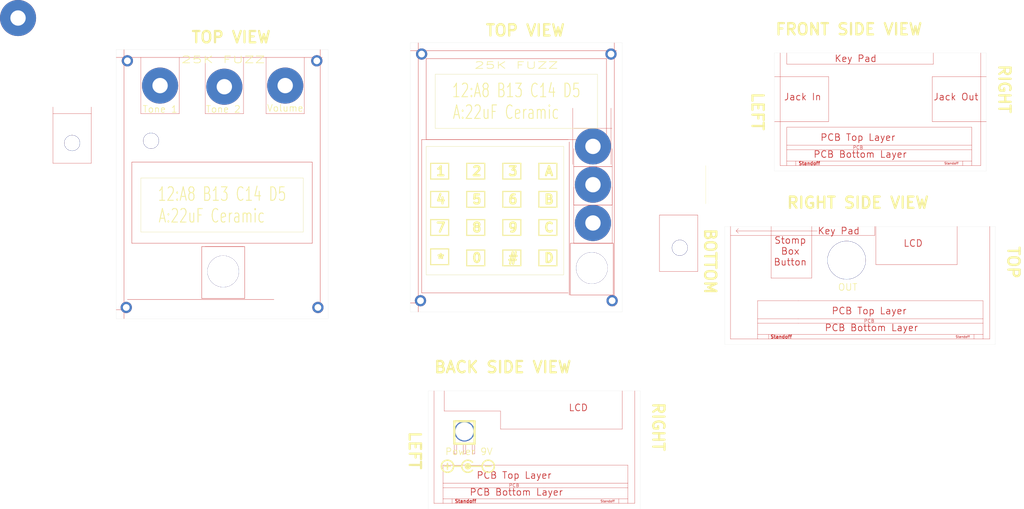
<source format=kicad_pcb>
(kicad_pcb (version 20171130) (host pcbnew "(5.1.5)-3")

  (general
    (thickness 1.6)
    (drawings 385)
    (tracks 22)
    (zones 0)
    (modules 1)
    (nets 1)
  )

  (page A3)
  (layers
    (0 F.Cu signal)
    (31 B.Cu signal)
    (32 B.Adhes user)
    (33 F.Adhes user)
    (34 B.Paste user)
    (35 F.Paste user)
    (36 B.SilkS user)
    (37 F.SilkS user)
    (38 B.Mask user)
    (39 F.Mask user)
    (40 Dwgs.User user)
    (41 Cmts.User user)
    (42 Eco1.User user)
    (43 Eco2.User user)
    (44 Edge.Cuts user)
    (45 Margin user)
    (46 B.CrtYd user)
    (47 F.CrtYd user)
    (48 B.Fab user)
    (49 F.Fab user)
  )

  (setup
    (last_trace_width 0.25)
    (trace_clearance 0.2)
    (zone_clearance 0.508)
    (zone_45_only no)
    (trace_min 0.2)
    (via_size 0.8)
    (via_drill 0.4)
    (via_min_size 0.4)
    (via_min_drill 0.3)
    (uvia_size 0.3)
    (uvia_drill 0.1)
    (uvias_allowed no)
    (uvia_min_size 0.2)
    (uvia_min_drill 0.1)
    (edge_width 0.05)
    (segment_width 0.2)
    (pcb_text_width 0.3)
    (pcb_text_size 1.5 1.5)
    (mod_edge_width 0.12)
    (mod_text_size 1 1)
    (mod_text_width 0.15)
    (pad_size 1.524 1.524)
    (pad_drill 0.762)
    (pad_to_mask_clearance 0.051)
    (solder_mask_min_width 0.25)
    (aux_axis_origin 0 0)
    (visible_elements FFFFFF7F)
    (pcbplotparams
      (layerselection 0x010fc_ffffffff)
      (usegerberextensions false)
      (usegerberattributes false)
      (usegerberadvancedattributes false)
      (creategerberjobfile false)
      (excludeedgelayer true)
      (linewidth 0.100000)
      (plotframeref false)
      (viasonmask false)
      (mode 1)
      (useauxorigin false)
      (hpglpennumber 1)
      (hpglpenspeed 20)
      (hpglpendiameter 15.000000)
      (psnegative false)
      (psa4output false)
      (plotreference true)
      (plotvalue true)
      (plotinvisibletext false)
      (padsonsilk false)
      (subtractmaskfromsilk false)
      (outputformat 1)
      (mirror false)
      (drillshape 1)
      (scaleselection 1)
      (outputdirectory ""))
  )

  (net 0 "")

  (net_class Default "This is the default net class."
    (clearance 0.2)
    (trace_width 0.25)
    (via_dia 0.8)
    (via_drill 0.4)
    (uvia_dia 0.3)
    (uvia_drill 0.1)
  )

  (module Symbol:Polarity_Center_Negative_6mm_SilkScreen (layer F.Cu) (tedit 0) (tstamp 5EA90411)
    (at 54.5 218)
    (descr "Polarity Logo, Center Negative")
    (tags "Logo Polarity Center Negative")
    (attr virtual)
    (fp_text reference REF** (at 0 0) (layer F.SilkS) hide
      (effects (font (size 1 1) (thickness 0.15)))
    )
    (fp_text value Polarity_Center_Negative_6mm_SilkScreen (at 0.75 0) (layer F.Fab) hide
      (effects (font (size 1 1) (thickness 0.15)))
    )
    (fp_poly (pts (xy 10.562377 0.301782) (xy 7.544555 0.301782) (xy 7.544555 -0.301782) (xy 10.562377 -0.301782)
      (xy 10.562377 0.301782)) (layer F.SilkS) (width 0.01))
    (fp_poly (pts (xy -8.739109 -0.301782) (xy -7.53198 -0.301782) (xy -7.53198 0.301782) (xy -8.739109 0.301782)
      (xy -8.739109 1.508911) (xy -9.342673 1.508911) (xy -9.342673 0.301782) (xy -10.549802 0.301782)
      (xy -10.549802 -0.301782) (xy -9.342673 -0.301782) (xy -9.342673 -1.508911) (xy -8.739109 -1.508911)
      (xy -8.739109 -0.301782)) (layer F.SilkS) (width 0.01))
    (fp_poly (pts (xy 9.174857 -3.014648) (xy 9.284024 -3.010439) (xy 9.337281 -3.006461) (xy 9.605462 -2.969918)
      (xy 9.868658 -2.910608) (xy 10.124621 -2.829446) (xy 10.371103 -2.727346) (xy 10.605855 -2.605224)
      (xy 10.82663 -2.463993) (xy 11.002476 -2.328892) (xy 11.201601 -2.14635) (xy 11.382043 -1.947388)
      (xy 11.543021 -1.733246) (xy 11.683755 -1.505162) (xy 11.803468 -1.264377) (xy 11.90138 -1.012131)
      (xy 11.964636 -0.798451) (xy 12.018398 -0.543687) (xy 12.051602 -0.281875) (xy 12.064157 -0.017474)
      (xy 12.05597 0.245057) (xy 12.02695 0.501257) (xy 11.994887 0.671311) (xy 11.923092 0.940062)
      (xy 11.829676 1.197173) (xy 11.715269 1.44171) (xy 11.580501 1.672735) (xy 11.426002 1.889311)
      (xy 11.252403 2.090501) (xy 11.060332 2.27537) (xy 10.85042 2.44298) (xy 10.761866 2.504804)
      (xy 10.530064 2.645671) (xy 10.288075 2.763787) (xy 10.035374 2.859355) (xy 9.771434 2.932574)
      (xy 9.515107 2.980834) (xy 9.450666 2.988743) (xy 9.371077 2.996003) (xy 9.281678 3.002373)
      (xy 9.187807 3.007614) (xy 9.094804 3.011484) (xy 9.008007 3.013745) (xy 8.932755 3.014155)
      (xy 8.874386 3.012474) (xy 8.852278 3.01067) (xy 8.821066 3.007233) (xy 8.772553 3.002019)
      (xy 8.714451 2.995854) (xy 8.676238 2.991837) (xy 8.427765 2.953789) (xy 8.178947 2.892397)
      (xy 7.933372 2.809154) (xy 7.694629 2.705555) (xy 7.466304 2.583096) (xy 7.251985 2.443269)
      (xy 7.123317 2.344941) (xy 7.041263 2.274354) (xy 6.951395 2.190585) (xy 6.860509 2.100408)
      (xy 6.775407 2.010595) (xy 6.702885 1.927921) (xy 6.694346 1.917575) (xy 6.547547 1.719178)
      (xy 6.416636 1.503255) (xy 6.302872 1.272735) (xy 6.207511 1.030547) (xy 6.131813 0.77962)
      (xy 6.077036 0.522882) (xy 6.066417 0.455817) (xy 6.043778 0.301782) (xy 3.713079 0.301782)
      (xy 3.418557 0.301813) (xy 3.148274 0.301908) (xy 2.90132 0.302075) (xy 2.676786 0.302318)
      (xy 2.473762 0.302645) (xy 2.291339 0.303061) (xy 2.128606 0.303573) (xy 1.984655 0.304186)
      (xy 1.858576 0.304907) (xy 1.749459 0.305742) (xy 1.656394 0.306697) (xy 1.578473 0.307778)
      (xy 1.514785 0.308992) (xy 1.464421 0.310343) (xy 1.426471 0.31184) (xy 1.400026 0.313486)
      (xy 1.384176 0.31529) (xy 1.378011 0.317256) (xy 1.37788 0.3175) (xy 1.327173 0.476421)
      (xy 1.271105 0.614878) (xy 1.207193 0.737391) (xy 1.132957 0.848478) (xy 1.045915 0.95266)
      (xy 1.006547 0.993825) (xy 0.871272 1.113268) (xy 0.723836 1.212215) (xy 0.566533 1.290661)
      (xy 0.401658 1.348604) (xy 0.231506 1.38604) (xy 0.058372 1.402966) (xy -0.11545 1.399379)
      (xy -0.287664 1.375275) (xy -0.455977 1.33065) (xy -0.618093 1.265503) (xy -0.771717 1.179829)
      (xy -0.914555 1.073625) (xy -0.997447 0.996705) (xy -1.119461 0.858261) (xy -1.218275 0.712292)
      (xy -1.295267 0.556607) (xy -1.326614 0.472636) (xy -1.375202 0.291073) (xy -1.400427 0.108158)
      (xy -1.401845 0.004344) (xy 6.70208 0.004344) (xy 6.712761 0.24759) (xy 6.745199 0.479902)
      (xy 6.79998 0.703923) (xy 6.877694 0.922297) (xy 6.934728 1.049951) (xy 7.048116 1.257535)
      (xy 7.180742 1.449778) (xy 7.331277 1.625814) (xy 7.498393 1.784775) (xy 7.680761 1.925794)
      (xy 7.877053 2.048002) (xy 8.08594 2.150533) (xy 8.306093 2.23252) (xy 8.536185 2.293094)
      (xy 8.774885 2.331388) (xy 8.915149 2.342962) (xy 8.960493 2.345526) (xy 9.000104 2.34792)
      (xy 9.015743 2.34895) (xy 9.039636 2.348885) (xy 9.082896 2.347147) (xy 9.139817 2.344021)
      (xy 9.204695 2.339792) (xy 9.219086 2.338769) (xy 9.465942 2.309097) (xy 9.702815 2.256947)
      (xy 9.928679 2.183209) (xy 10.142509 2.088772) (xy 10.343278 1.974528) (xy 10.529962 1.841366)
      (xy 10.701534 1.690176) (xy 10.85697 1.521849) (xy 10.995243 1.337274) (xy 11.115328 1.137342)
      (xy 11.216199 0.922942) (xy 11.296831 0.694965) (xy 11.348853 0.490396) (xy 11.364778 0.396023)
      (xy 11.377338 0.283696) (xy 11.386253 0.160418) (xy 11.391244 0.033195) (xy 11.392031 -0.09097)
      (xy 11.388335 -0.205073) (xy 11.380336 -0.298428) (xy 11.338179 -0.544573) (xy 11.27385 -0.779343)
      (xy 11.187746 -1.002085) (xy 11.080266 -1.212147) (xy 10.951808 -1.408874) (xy 10.802769 -1.591613)
      (xy 10.633549 -1.759712) (xy 10.444545 -1.912517) (xy 10.361188 -1.970754) (xy 10.16887 -2.084639)
      (xy 9.963132 -2.178815) (xy 9.746574 -2.252959) (xy 9.521795 -2.306745) (xy 9.291396 -2.339851)
      (xy 9.057977 -2.351952) (xy 8.824137 -2.342726) (xy 8.592478 -2.311847) (xy 8.365598 -2.258993)
      (xy 8.273862 -2.230663) (xy 8.05044 -2.143625) (xy 7.840598 -2.036014) (xy 7.645283 -1.909004)
      (xy 7.465446 -1.763769) (xy 7.302034 -1.601483) (xy 7.155996 -1.423319) (xy 7.028281 -1.230451)
      (xy 6.919836 -1.024053) (xy 6.831612 -0.805299) (xy 6.764556 -0.575363) (xy 6.719617 -0.335418)
      (xy 6.71527 -0.302112) (xy 6.710532 -0.250426) (xy 6.706549 -0.181414) (xy 6.703657 -0.102894)
      (xy 6.702192 -0.022684) (xy 6.70208 0.004344) (xy -1.401845 0.004344) (xy -1.402915 -0.073943)
      (xy -1.383295 -0.253064) (xy -1.342196 -0.427039) (xy -1.280244 -0.593704) (xy -1.198068 -0.750892)
      (xy -1.096295 -0.896437) (xy -0.975555 -1.028174) (xy -0.863789 -1.123647) (xy -0.712718 -1.223451)
      (xy -0.550818 -1.301889) (xy -0.380623 -1.358897) (xy -0.204671 -1.394412) (xy -0.025498 -1.40837)
      (xy 0.154362 -1.400708) (xy 0.332372 -1.371363) (xy 0.505996 -1.320272) (xy 0.672698 -1.247369)
      (xy 0.81104 -1.165539) (xy 0.852564 -1.134713) (xy 0.903937 -1.092358) (xy 0.957473 -1.04497)
      (xy 0.990135 -1.014209) (xy 1.098871 -0.89663) (xy 1.190296 -0.770545) (xy 1.266541 -0.632132)
      (xy 1.329734 -0.477568) (xy 1.378259 -0.3175) (xy 1.383286 -0.315514) (xy 1.397888 -0.313692)
      (xy 1.422974 -0.312027) (xy 1.459453 -0.310514) (xy 1.508236 -0.309146) (xy 1.570231 -0.307916)
      (xy 1.646348 -0.30682) (xy 1.737496 -0.30585) (xy 1.844585 -0.305002) (xy 1.968524 -0.304267)
      (xy 2.110222 -0.303641) (xy 2.270588 -0.303118) (xy 2.450533 -0.30269) (xy 2.650965 -0.302353)
      (xy 2.872794 -0.3021) (xy 3.11693 -0.301924) (xy 3.384281 -0.301821) (xy 3.675757 -0.301782)
      (xy 6.045749 -0.301782) (xy 6.054377 -0.380371) (xy 6.077423 -0.538056) (xy 6.112328 -0.707353)
      (xy 6.156755 -0.879114) (xy 6.208371 -1.04419) (xy 6.257 -1.174493) (xy 6.371297 -1.422295)
      (xy 6.505546 -1.65544) (xy 6.658707 -1.873121) (xy 6.829739 -2.074532) (xy 7.017603 -2.258866)
      (xy 7.221259 -2.425314) (xy 7.439665 -2.57307) (xy 7.671783 -2.701326) (xy 7.916573 -2.809276)
      (xy 8.172993 -2.896112) (xy 8.440005 -2.961027) (xy 8.592836 -2.987365) (xy 8.689124 -2.998626)
      (xy 8.802953 -3.007176) (xy 8.92684 -3.012825) (xy 9.053302 -3.01538) (xy 9.174857 -3.014648)) (layer F.SilkS) (width 0.01))
    (fp_poly (pts (xy 0.284256 -3.001128) (xy 0.547425 -2.965017) (xy 0.807122 -2.90509) (xy 1.012228 -2.839465)
      (xy 1.268147 -2.733675) (xy 1.51242 -2.605906) (xy 1.743838 -2.457061) (xy 1.961189 -2.288042)
      (xy 2.163266 -2.099751) (xy 2.348858 -1.893091) (xy 2.443478 -1.771912) (xy 2.476932 -1.726844)
      (xy 2.216524 -1.545576) (xy 2.144808 -1.496046) (xy 2.079485 -1.451675) (xy 2.023498 -1.414402)
      (xy 1.97979 -1.386167) (xy 1.951304 -1.368908) (xy 1.941402 -1.364307) (xy 1.926901 -1.373699)
      (xy 1.903123 -1.398303) (xy 1.875675 -1.4322) (xy 1.732794 -1.602184) (xy 1.570246 -1.759421)
      (xy 1.391036 -1.902042) (xy 1.198171 -2.028182) (xy 0.994655 -2.135971) (xy 0.783496 -2.223543)
      (xy 0.567698 -2.28903) (xy 0.457703 -2.313156) (xy 0.217037 -2.346637) (xy -0.023002 -2.355783)
      (xy -0.260705 -2.341111) (xy -0.494363 -2.303139) (xy -0.72227 -2.242382) (xy -0.942717 -2.159358)
      (xy -1.153994 -2.054584) (xy -1.354395 -1.928576) (xy -1.542211 -1.781852) (xy -1.659937 -1.672432)
      (xy -1.825706 -1.490376) (xy -1.969395 -1.296329) (xy -2.091049 -1.090198) (xy -2.190714 -0.871892)
      (xy -2.268438 -0.64132) (xy -2.324266 -0.39839) (xy -2.334213 -0.339501) (xy -2.345559 -0.242621)
      (xy -2.352486 -0.129217) (xy -2.354991 -0.007364) (xy -2.35307 0.114862) (xy -2.346722 0.229384)
      (xy -2.335943 0.328126) (xy -2.334469 0.337789) (xy -2.284095 0.580493) (xy -2.211559 0.813307)
      (xy -2.117667 1.034956) (xy -2.003224 1.244164) (xy -1.869035 1.439658) (xy -1.715905 1.620161)
      (xy -1.544638 1.784399) (xy -1.356041 1.931096) (xy -1.307722 1.963926) (xy -1.097975 2.088025)
      (xy -0.879554 2.189266) (xy -0.654151 2.267417) (xy -0.42346 2.322247) (xy -0.189171 2.353523)
      (xy 0.047023 2.361015) (xy 0.283431 2.34449) (xy 0.518361 2.303717) (xy 0.734803 2.243581)
      (xy 0.962539 2.155388) (xy 1.178452 2.045446) (xy 1.381155 1.914717) (xy 1.569263 1.764161)
      (xy 1.741389 1.594741) (xy 1.844939 1.473836) (xy 1.93834 1.357029) (xy 1.997116 1.399058)
      (xy 2.026126 1.419575) (xy 2.07139 1.451308) (xy 2.128479 1.491166) (xy 2.192965 1.536058)
      (xy 2.260223 1.582754) (xy 2.32278 1.626501) (xy 2.377595 1.665552) (xy 2.421541 1.697618)
      (xy 2.451487 1.72041) (xy 2.464303 1.73164) (xy 2.464555 1.732202) (xy 2.456524 1.749257)
      (xy 2.434321 1.781416) (xy 2.400782 1.825259) (xy 2.358744 1.877364) (xy 2.311043 1.934311)
      (xy 2.260514 1.992677) (xy 2.209995 2.049043) (xy 2.16232 2.099988) (xy 2.144448 2.118319)
      (xy 1.940602 2.307021) (xy 1.724123 2.474233) (xy 1.495976 2.61955) (xy 1.257126 2.74257)
      (xy 1.008539 2.842889) (xy 0.751181 2.920101) (xy 0.486016 2.973804) (xy 0.214011 3.003594)
      (xy 0.012575 3.010009) (xy -0.243699 3.001123) (xy -0.486153 2.973925) (xy -0.719254 2.927366)
      (xy -0.947468 2.860401) (xy -1.175259 2.771983) (xy -1.348534 2.690949) (xy -1.587073 2.557788)
      (xy -1.811248 2.404378) (xy -2.019904 2.231867) (xy -2.211883 2.041403) (xy -2.386027 1.834133)
      (xy -2.54118 1.611206) (xy -2.676135 1.373868) (xy -2.789227 1.126949) (xy -2.878205 0.876394)
      (xy -2.944096 0.619067) (xy -2.970293 0.477107) (xy -2.998492 0.301682) (xy -6.04193 0.30807)
      (xy -6.051432 0.396089) (xy -6.084346 0.609191) (xy -6.136827 0.829042) (xy -6.206756 1.049657)
      (xy -6.292014 1.265049) (xy -6.390482 1.469234) (xy -6.49424 1.647228) (xy -6.591951 1.78852)
      (xy -6.703809 1.931369) (xy -6.824788 2.070155) (xy -6.949861 2.199258) (xy -7.074001 2.313056)
      (xy -7.133232 2.361737) (xy -7.358571 2.52377) (xy -7.593664 2.662626) (xy -7.838465 2.778289)
      (xy -8.092929 2.870744) (xy -8.35701 2.939973) (xy -8.630664 2.985961) (xy -8.913844 3.008692)
      (xy -8.971732 3.010449) (xy -9.048547 3.011815) (xy -9.120133 3.012465) (xy -9.181259 3.012398)
      (xy -9.226699 3.011615) (xy -9.248366 3.010459) (xy -9.418838 2.991313) (xy -9.570515 2.96932)
      (xy -9.709697 2.943227) (xy -9.842687 2.911783) (xy -9.975787 2.873736) (xy -10.040544 2.853095)
      (xy -10.291003 2.757922) (xy -10.529277 2.641341) (xy -10.75432 2.504491) (xy -10.965087 2.348512)
      (xy -11.160533 2.174541) (xy -11.339612 1.983718) (xy -11.501277 1.777183) (xy -11.644485 1.556073)
      (xy -11.768188 1.321529) (xy -11.871342 1.074689) (xy -11.952901 0.816692) (xy -11.969501 0.751783)
      (xy -11.995396 0.640579) (xy -12.015476 0.540777) (xy -12.030408 0.446295) (xy -12.04086 0.351052)
      (xy -12.047499 0.248966) (xy -12.050993 0.133958) (xy -12.052008 0) (xy -12.051961 -0.006287)
      (xy -11.392277 -0.006287) (xy -11.380589 0.243496) (xy -11.345747 0.48557) (xy -11.288088 0.718899)
      (xy -11.207945 0.942444) (xy -11.105653 1.155171) (xy -10.981549 1.35604) (xy -10.928562 1.429281)
      (xy -10.776416 1.610349) (xy -10.607296 1.773641) (xy -10.422872 1.918261) (xy -10.224812 2.043313)
      (xy -10.014783 2.147901) (xy -9.794455 2.231129) (xy -9.565495 2.292102) (xy -9.329571 2.329924)
      (xy -9.235792 2.338223) (xy -9.176993 2.342248) (xy -9.125609 2.345769) (xy -9.088 2.348348)
      (xy -9.072326 2.349427) (xy -9.050981 2.349184) (xy -9.009949 2.347311) (xy -8.954617 2.344099)
      (xy -8.890374 2.339841) (xy -8.871841 2.338524) (xy -8.62738 2.309016) (xy -8.392608 2.257086)
      (xy -8.16857 2.183783) (xy -7.956314 2.090152) (xy -7.756886 1.977241) (xy -7.571332 1.846096)
      (xy -7.4007 1.697765) (xy -7.246035 1.533294) (xy -7.108384 1.35373) (xy -6.988794 1.16012)
      (xy -6.888311 0.953511) (xy -6.807981 0.734949) (xy -6.748851 0.505482) (xy -6.711969 0.266157)
      (xy -6.703799 0.169753) (xy -6.699129 -0.07928) (xy -6.717617 -0.322066) (xy -6.758571 -0.55736)
      (xy -6.8213 -0.783916) (xy -6.905113 -1.000488) (xy -7.009318 -1.205831) (xy -7.133224 -1.3987)
      (xy -7.27614 -1.577848) (xy -7.437374 -1.742031) (xy -7.616236 -1.890004) (xy -7.812033 -2.020519)
      (xy -7.966054 -2.104451) (xy -8.184917 -2.199453) (xy -8.412286 -2.271733) (xy -8.645855 -2.321274)
      (xy -8.883323 -2.348062) (xy -9.122385 -2.352081) (xy -9.360736 -2.333315) (xy -9.596074 -2.291748)
      (xy -9.826095 -2.227366) (xy -10.048494 -2.140152) (xy -10.094271 -2.118812) (xy -10.303883 -2.004752)
      (xy -10.497469 -1.871949) (xy -10.674261 -1.721652) (xy -10.833495 -1.555108) (xy -10.974402 -1.373564)
      (xy -11.096216 -1.178269) (xy -11.198171 -0.97047) (xy -11.279501 -0.751413) (xy -11.339438 -0.522348)
      (xy -11.377216 -0.284521) (xy -11.39207 -0.039179) (xy -11.392277 -0.006287) (xy -12.051961 -0.006287)
      (xy -12.050991 -0.133835) (xy -12.047509 -0.248714) (xy -12.040919 -0.350763) (xy -12.030579 -0.446106)
      (xy -12.015845 -0.540869) (xy -11.996075 -0.64118) (xy -11.974779 -0.735594) (xy -11.900651 -0.99749)
      (xy -11.804584 -1.248129) (xy -11.687615 -1.486489) (xy -11.550777 -1.711548) (xy -11.395105 -1.922281)
      (xy -11.221632 -2.117667) (xy -11.031395 -2.296684) (xy -10.825425 -2.458307) (xy -10.60476 -2.601516)
      (xy -10.370432 -2.725287) (xy -10.123476 -2.828597) (xy -9.864926 -2.910424) (xy -9.745049 -2.93997)
      (xy -9.641728 -2.962304) (xy -9.550281 -2.97959) (xy -9.464751 -2.992425) (xy -9.37918 -3.001407)
      (xy -9.287608 -3.007132) (xy -9.184078 -3.0102) (xy -9.062632 -3.011206) (xy -9.034604 -3.011212)
      (xy -8.899914 -3.009991) (xy -8.784027 -3.006137) (xy -8.680673 -2.998985) (xy -8.583585 -2.987876)
      (xy -8.486493 -2.972148) (xy -8.383129 -2.951138) (xy -8.312345 -2.934981) (xy -8.066823 -2.865442)
      (xy -7.825035 -2.774094) (xy -7.591406 -2.663026) (xy -7.370362 -2.534331) (xy -7.178007 -2.399149)
      (xy -7.086506 -2.324214) (xy -6.98803 -2.235914) (xy -6.889098 -2.140592) (xy -6.796233 -2.044595)
      (xy -6.715956 -1.95427) (xy -6.696047 -1.930148) (xy -6.544923 -1.724736) (xy -6.410609 -1.504129)
      (xy -6.294631 -1.271846) (xy -6.198516 -1.031408) (xy -6.123789 -0.786335) (xy -6.071976 -0.540146)
      (xy -6.060949 -0.465247) (xy -6.053751 -0.412554) (xy -6.04705 -0.366637) (xy -6.042012 -0.335397)
      (xy -6.041 -0.330074) (xy -6.035164 -0.301782) (xy -2.992673 -0.301782) (xy -2.992673 -0.331589)
      (xy -2.990028 -0.36406) (xy -2.982783 -0.415455) (xy -2.971976 -0.480187) (xy -2.958641 -0.552671)
      (xy -2.943815 -0.627322) (xy -2.928534 -0.698553) (xy -2.913835 -0.760779) (xy -2.91101 -0.771829)
      (xy -2.833687 -1.020275) (xy -2.733013 -1.262697) (xy -2.610485 -1.496942) (xy -2.467601 -1.720861)
      (xy -2.305857 -1.932303) (xy -2.126752 -2.129117) (xy -1.931781 -2.309152) (xy -1.734549 -2.461753)
      (xy -1.507065 -2.607438) (xy -1.268951 -2.731248) (xy -1.02197 -2.832938) (xy -0.767883 -2.912268)
      (xy -0.508455 -2.968994) (xy -0.245447 -3.002875) (xy 0.019378 -3.013667) (xy 0.284256 -3.001128)) (layer F.SilkS) (width 0.01))
  )

  (gr_text Volume (at -26.5 59) (layer F.SilkS) (tstamp 5EA9BB08)
    (effects (font (size 3 3) (thickness 0.3)))
  )
  (gr_text "Tone 2" (at -54 59.5) (layer F.SilkS) (tstamp 5EA9BB08)
    (effects (font (size 3 3) (thickness 0.3)))
  )
  (gr_text "Tone 1" (at -82 59.5) (layer F.SilkS)
    (effects (font (size 3 3) (thickness 0.3)))
  )
  (gr_line (start -45 61.5) (end -62 61.5) (layer F.Cu) (width 0.12) (tstamp 5EA9BAED))
  (gr_line (start -62 61.5) (end -62 36.5) (layer F.Cu) (width 0.12) (tstamp 5EA9BAEC))
  (gr_line (start -45 36.5) (end -45 61.5) (layer F.Cu) (width 0.12) (tstamp 5EA9BAEB))
  (gr_line (start -73.5 61.5) (end -90.5 61.5) (layer F.Cu) (width 0.12) (tstamp 5EA9BAED))
  (gr_line (start -90.5 61.5) (end -90.5 36.5) (layer F.Cu) (width 0.12) (tstamp 5EA9BAEC))
  (gr_line (start -73.5 36.5) (end -73.5 61.5) (layer F.Cu) (width 0.12) (tstamp 5EA9BAEB))
  (gr_line (start -18 36.5) (end -18 61.5) (layer F.Cu) (width 0.12) (tstamp 5EA9BA08))
  (gr_line (start -18 61.5) (end -35 61.5) (layer F.Cu) (width 0.12) (tstamp 5EA9BA07))
  (gr_line (start -35 61.5) (end -35 36.5) (layer F.Cu) (width 0.12) (tstamp 5EA9BA06))
  (gr_line (start -45 120.5) (end -62 120.5) (layer F.Cu) (width 0.12) (tstamp 5EA9B781))
  (gr_line (start -18.5 90) (end -90.5 90) (layer Edge.Cuts) (width 0.05) (tstamp 5EA9B9A7))
  (dimension 11 (width 0.15) (layer Dwgs.User) (tstamp 5EA9B999)
    (gr_text "11,000 mm" (at -96 108.3) (layer Dwgs.User) (tstamp 5EA9BA7D)
      (effects (font (size 1 1) (thickness 0.15)))
    )
    (feature1 (pts (xy -90.5 105.5) (xy -90.5 107.586421)))
    (feature2 (pts (xy -101.5 105.5) (xy -101.5 107.586421)))
    (crossbar (pts (xy -101.5 107) (xy -90.5 107)))
    (arrow1a (pts (xy -90.5 107) (xy -91.626504 107.586421)))
    (arrow1b (pts (xy -90.5 107) (xy -91.626504 106.413579)))
    (arrow2a (pts (xy -101.5 107) (xy -100.373496 107.586421)))
    (arrow2b (pts (xy -101.5 107) (xy -100.373496 106.413579)))
  )
  (dimension 94 (width 0.15) (layer Dwgs.User) (tstamp 5EA9B729)
    (gr_text "94,000 mm" (at -54.5 163.3) (layer Dwgs.User) (tstamp 5EA9B729)
      (effects (font (size 1 1) (thickness 0.15)))
    )
    (feature1 (pts (xy -7.5 156) (xy -7.5 162.586421)))
    (feature2 (pts (xy -101.5 156) (xy -101.5 162.586421)))
    (crossbar (pts (xy -101.5 162) (xy -7.5 162)))
    (arrow1a (pts (xy -7.5 162) (xy -8.626504 162.586421)))
    (arrow1b (pts (xy -7.5 162) (xy -8.626504 161.413579)))
    (arrow2a (pts (xy -101.5 162) (xy -100.373496 162.586421)))
    (arrow2b (pts (xy -101.5 162) (xy -100.373496 161.413579)))
  )
  (dimension 7 (width 0.15) (layer Dwgs.User) (tstamp 5EA9B9AE)
    (gr_text "7,000 mm" (at -98 101.8) (layer Dwgs.User) (tstamp 5EA9BA92)
      (effects (font (size 1 1) (thickness 0.15)))
    )
    (feature1 (pts (xy -94.5 97) (xy -94.5 101.086421)))
    (feature2 (pts (xy -101.5 97) (xy -101.5 101.086421)))
    (crossbar (pts (xy -101.5 100.5) (xy -94.5 100.5)))
    (arrow1a (pts (xy -94.5 100.5) (xy -95.626504 101.086421)))
    (arrow1b (pts (xy -94.5 100.5) (xy -95.626504 99.913579)))
    (arrow2a (pts (xy -101.5 100.5) (xy -100.373496 101.086421)))
    (arrow2b (pts (xy -101.5 100.5) (xy -100.373496 99.913579)))
  )
  (dimension 4 (width 0.15) (layer Dwgs.User) (tstamp 5EA9B723)
    (gr_text "4,000 mm" (at -5.2 150.5 90) (layer Dwgs.User) (tstamp 5EA9B723)
      (effects (font (size 1 1) (thickness 0.15)))
    )
    (feature1 (pts (xy -15.5 148.5) (xy -5.913579 148.5)))
    (feature2 (pts (xy -15.5 152.5) (xy -5.913579 152.5)))
    (crossbar (pts (xy -6.5 152.5) (xy -6.5 148.5)))
    (arrow1a (pts (xy -6.5 148.5) (xy -5.913579 149.626504)))
    (arrow1b (pts (xy -6.5 148.5) (xy -7.086421 149.626504)))
    (arrow2a (pts (xy -6.5 152.5) (xy -5.913579 151.373496)))
    (arrow2b (pts (xy -6.5 152.5) (xy -7.086421 151.373496)))
  )
  (gr_line (start -18.5 114) (end -18.5 90) (layer Edge.Cuts) (width 0.05) (tstamp 5EA9B9C2))
  (dimension 5 (width 0.15) (layer Dwgs.User) (tstamp 5EA9B71C)
    (gr_text "5,000 mm" (at -99 154.8) (layer Dwgs.User) (tstamp 5EA9B71C)
      (effects (font (size 1 1) (thickness 0.15)))
    )
    (feature1 (pts (xy -96.5 144) (xy -96.5 154.086421)))
    (feature2 (pts (xy -101.5 144) (xy -101.5 154.086421)))
    (crossbar (pts (xy -101.5 153.5) (xy -96.5 153.5)))
    (arrow1a (pts (xy -96.5 153.5) (xy -97.626504 154.086421)))
    (arrow1b (pts (xy -96.5 153.5) (xy -97.626504 152.913579)))
    (arrow2a (pts (xy -101.5 153.5) (xy -100.373496 154.086421)))
    (arrow2b (pts (xy -101.5 153.5) (xy -100.373496 152.913579)))
  )
  (dimension 87 (width 0.15) (layer Dwgs.User) (tstamp 5EA9B71A)
    (gr_text "87,000 mm" (at -54.5 160.8) (layer Dwgs.User) (tstamp 5EA9B71A)
      (effects (font (size 1 1) (thickness 0.15)))
    )
    (feature1 (pts (xy -11 155.5) (xy -11 160.086421)))
    (feature2 (pts (xy -98 155.5) (xy -98 160.086421)))
    (crossbar (pts (xy -98 159.5) (xy -11 159.5)))
    (arrow1a (pts (xy -11 159.5) (xy -12.126504 160.086421)))
    (arrow1b (pts (xy -11 159.5) (xy -12.126504 158.913579)))
    (arrow2a (pts (xy -98 159.5) (xy -96.873496 160.086421)))
    (arrow2b (pts (xy -98 159.5) (xy -96.873496 158.913579)))
  )
  (gr_line (start -90.5 90) (end -90.5 114) (layer Edge.Cuts) (width 0.05) (tstamp 5EA9B9A1))
  (dimension 4.5 (width 0.15) (layer Dwgs.User) (tstamp 5EA9B714)
    (gr_text "4,500 mm" (at -0.7 146.25 270) (layer Dwgs.User) (tstamp 5EA9B714)
      (effects (font (size 1 1) (thickness 0.15)))
    )
    (feature1 (pts (xy -31.5 148.5) (xy -1.413579 148.5)))
    (feature2 (pts (xy -31.5 144) (xy -1.413579 144)))
    (crossbar (pts (xy -2 144) (xy -2 148.5)))
    (arrow1a (pts (xy -2 148.5) (xy -2.586421 147.373496)))
    (arrow1b (pts (xy -2 148.5) (xy -1.413579 147.373496)))
    (arrow2a (pts (xy -2 144) (xy -2.586421 145.126504)))
    (arrow2b (pts (xy -2 144) (xy -1.413579 145.126504)))
  )
  (gr_line (start -90.5 114) (end -18.5 114) (layer Edge.Cuts) (width 0.05) (tstamp 5EA9B9B3))
  (gr_line (start -44.5 143.5) (end -63.5 143.5) (layer F.Cu) (width 0.15) (tstamp 5EA9B70A))
  (gr_line (start -94.5 119) (end -43.5 119) (layer Dwgs.User) (width 0.15) (tstamp 5EA9B9BC))
  (gr_line (start -63.5 143.5) (end -63.5 120.5) (layer F.Cu) (width 0.15) (tstamp 5EA9B707))
  (gr_line (start -44.5 120.5) (end -44.5 143.5) (layer F.Cu) (width 0.15) (tstamp 5EA9B704))
  (gr_line (start -63.5 120.5) (end -44.5 120.5) (layer F.Cu) (width 0.15) (tstamp 5EA9B702))
  (gr_line (start -31.5 144) (end -96.5 144) (layer F.Cu) (width 0.15) (tstamp 5EA9B700))
  (gr_line (start -101.5 148.5) (end -99 148.5) (layer F.Cu) (width 0.15) (tstamp 5EA9B6FE))
  (gr_line (start -98 33) (end -98 152.5) (layer F.Cu) (width 0.15) (tstamp 5EA9B6FD))
  (gr_line (start -94.5 83) (end -14.5 83) (layer F.Cu) (width 0.15) (tstamp 5EA9B9AA))
  (gr_line (start -101.5 152.5) (end -101.5 33) (layer Edge.Cuts) (width 0.05) (tstamp 5EA9B6FB))
  (gr_line (start -18.5 114) (end -18.5 90) (layer F.SilkS) (width 0.15) (tstamp 5EA9B9C5))
  (gr_line (start -7.5 33) (end -7.5 152.5) (layer Edge.Cuts) (width 0.05) (tstamp 5EA9B6F9))
  (gr_line (start -90.5 114) (end -18.5 114) (layer F.SilkS) (width 0.15) (tstamp 5EA9B99E))
  (gr_line (start -101.5 33) (end -7.5 33) (layer Edge.Cuts) (width 0.05) (tstamp 5EA9B6F7))
  (gr_line (start -11 150) (end -11 152.5) (layer Dwgs.User) (width 0.15) (tstamp 5EA9B6F6))
  (gr_line (start -10 36.5) (end -99 36.5) (layer F.Cu) (width 0.15) (tstamp 5EA9B6F5))
  (gr_line (start -99 36.5) (end -101.5 36.5) (layer F.Cu) (width 0.15) (tstamp 5EA9B6F4))
  (gr_line (start -14.5 83) (end -14.5 119) (layer F.Cu) (width 0.15) (tstamp 5EA9B9B6))
  (gr_line (start -10 36.5) (end -7.5 36.5) (layer Dwgs.User) (width 0.15) (tstamp 5EA9B6F2))
  (gr_line (start -90.5 90) (end -90.5 114) (layer F.SilkS) (width 0.15) (tstamp 5EA9B9A4))
  (gr_line (start -11 150) (end -11 33) (layer F.Cu) (width 0.15) (tstamp 5EA9B6F0))
  (gr_line (start -18.5 90) (end -90.5 90) (layer F.SilkS) (width 0.15) (tstamp 5EA9B9B9))
  (gr_line (start -94.5 119) (end -94.5 83) (layer F.Cu) (width 0.15) (tstamp 5EA9B9BF))
  (gr_line (start -99 148.5) (end -7.5 148.5) (layer Dwgs.User) (width 0.15) (tstamp 5EA9B6ED))
  (gr_line (start -7.5 152.5) (end -101.5 152.5) (layer Edge.Cuts) (width 0.05) (tstamp 5EA9B6EC))
  (gr_line (start -14.5 119) (end -94.5 119) (layer F.Cu) (width 0.15) (tstamp 5EA9B995))
  (dimension 3.5 (width 0.15) (layer Dwgs.User) (tstamp 5EA9B6E9)
    (gr_text "3,500 mm" (at -99.75 54.8) (layer Dwgs.User) (tstamp 5EA9B6E9)
      (effects (font (size 1 1) (thickness 0.15)))
    )
    (feature1 (pts (xy -101.5 52) (xy -101.5 54.086421)))
    (feature2 (pts (xy -98 52) (xy -98 54.086421)))
    (crossbar (pts (xy -98 53.5) (xy -101.5 53.5)))
    (arrow1a (pts (xy -101.5 53.5) (xy -100.373496 52.913579)))
    (arrow1b (pts (xy -101.5 53.5) (xy -100.373496 54.086421)))
    (arrow2a (pts (xy -98 53.5) (xy -99.126504 52.913579)))
    (arrow2b (pts (xy -98 53.5) (xy -99.126504 54.086421)))
  )
  (gr_text "Stomp\nBox\nButton" (at -53.5 131.5) (layer F.SilkS) (tstamp 5EA9B6E3)
    (effects (font (size 2 2) (thickness 0.15)))
  )
  (gr_text "Enclosure: Hammond 1590C\n" (at -72.5 150) (layer Dwgs.User) (tstamp 5EA9B6E1)
    (effects (font (size 2 2) (thickness 0.15)))
  )
  (gr_text "LCD Outside" (at -89.5 84) (layer Dwgs.User) (tstamp 5EA9B9C8)
    (effects (font (size 1 1) (thickness 0.15)))
  )
  (gr_text "Enclosure Outside" (at -94.5 34) (layer Dwgs.User) (tstamp 5EA9B6DE)
    (effects (font (size 1 1) (thickness 0.15)))
  )
  (gr_text "LCD Inside" (at -86.5 91) (layer Dwgs.User) (tstamp 5EA9B9D4)
    (effects (font (size 1 1) (thickness 0.15)))
  )
  (gr_text "Enclosure Inside" (at -87.5 38) (layer Dwgs.User) (tstamp 5EA9B6DB)
    (effects (font (size 1 1) (thickness 0.15)))
  )
  (gr_text "TOP VIEW" (at -50.5 27.5) (layer F.SilkS) (tstamp 5EA9B6DA)
    (effects (font (size 5 5) (thickness 1)))
  )
  (gr_text "25K FUZZ" (at -54 37.5) (layer F.SilkS) (tstamp 5EA9B9D1)
    (effects (font (size 3 5) (thickness 0.3)))
  )
  (gr_text "1602 LCD" (at -82.5 112) (layer Dwgs.User) (tstamp 5EA9B9CB)
    (effects (font (size 2 2) (thickness 0.15)))
  )
  (gr_text "12:A8 B13 C14 D5\nA:22uF Ceramic   " (at -54.5 102) (layer F.SilkS) (tstamp 5EA9B9CE)
    (effects (font (size 6 4) (thickness 0.4)))
  )
  (gr_line (start 118 59) (end 118 84) (layer F.Cu) (width 0.12) (tstamp 5EA906D9))
  (gr_line (start 118.5 85) (end 101.5 85) (layer F.Cu) (width 0.12) (tstamp 5EA906D8))
  (gr_line (start 101 84) (end 101 59) (layer F.Cu) (width 0.12) (tstamp 5EA906D7))
  (gr_line (start 101.5 68) (end 118.5 68) (layer F.Cu) (width 0.12) (tstamp 5EA906D6))
  (gr_line (start 118.5 77) (end 118.5 102) (layer F.Cu) (width 0.12) (tstamp 5EA906D9))
  (gr_line (start 118.5 102) (end 101.5 102) (layer F.Cu) (width 0.12) (tstamp 5EA906D8))
  (gr_line (start 101.5 102) (end 101.5 77) (layer F.Cu) (width 0.12) (tstamp 5EA906D7))
  (gr_line (start 101.5 85) (end 118.5 85) (layer F.Cu) (width 0.12) (tstamp 5EA906D6))
  (gr_line (start 118.5 94) (end 118.5 119) (layer F.Cu) (width 0.12) (tstamp 5EA906D9))
  (gr_line (start 118.5 119) (end 101.5 119) (layer F.Cu) (width 0.12) (tstamp 5EA906D8))
  (gr_line (start 101.5 119) (end 101.5 94) (layer F.Cu) (width 0.12) (tstamp 5EA906D7))
  (gr_line (start 101.5 102) (end 118.5 102) (layer F.Cu) (width 0.12) (tstamp 5EA906D6))
  (gr_line (start 160 101.5) (end 160 84.5) (layer F.SilkS) (width 0.12))
  (gr_line (start -112.5 83.5) (end -129.5 83.5) (layer F.Cu) (width 0.12) (tstamp 5EA906C9))
  (gr_line (start -129.5 83.5) (end -129.5 58.5) (layer F.Cu) (width 0.12) (tstamp 5EA906C8))
  (gr_line (start -112.5 58.5) (end -112.5 83.5) (layer F.Cu) (width 0.12) (tstamp 5EA906C7))
  (gr_line (start -129.5 61.5) (end -112.5 61.5) (layer F.Cu) (width 0.12) (tstamp 5EA906C6))
  (gr_line (start 139.5 131.5) (end 139.5 106.5) (layer F.Cu) (width 0.12) (tstamp 5EA906B3))
  (gr_line (start 156.5 131.5) (end 139.5 131.5) (layer F.Cu) (width 0.12))
  (gr_line (start 156.5 106.5) (end 156.5 131.5) (layer F.Cu) (width 0.12))
  (gr_line (start 139.5 106.5) (end 156.5 106.5) (layer F.Cu) (width 0.12))
  (gr_text OUT (at 223 138.5) (layer F.SilkS) (tstamp 5EA906A1)
    (effects (font (size 3 3) (thickness 0.3)))
  )
  (gr_line (start 183 161.5) (end 183 144.5) (layer F.Cu) (width 0.12))
  (gr_line (start 201 159.5) (end 183 159.5) (layer F.Cu) (width 0.12) (tstamp 5EA905D1))
  (gr_line (start 201 144.5) (end 183 144.5) (layer F.Cu) (width 0.12) (tstamp 5EA905D1))
  (gr_line (start 201 152.5) (end 183 152.5) (layer F.Cu) (width 0.12) (tstamp 5EA905D1))
  (gr_line (start 201 154.5) (end 183 154.5) (layer F.Cu) (width 0.12))
  (gr_line (start 200 84.5) (end 200 82.5) (layer F.Cu) (width 0.12) (tstamp 5EA9058D))
  (gr_line (start 196 75.5) (end 278 75.5) (layer F.Cu) (width 0.12) (tstamp 5EA9058C))
  (gr_line (start 278 67.5) (end 196 67.5) (layer F.Cu) (width 0.12) (tstamp 5EA9058B))
  (gr_line (start 278 82.5) (end 278 77.5) (layer F.Cu) (width 0.12) (tstamp 5EA9058A))
  (gr_line (start 196 82.5) (end 196 77.5) (layer F.Cu) (width 0.12) (tstamp 5EA90589))
  (gr_line (start 278 75.5) (end 278 77.5) (layer F.Cu) (width 0.12) (tstamp 5EA90588))
  (gr_line (start 196 77.5) (end 196 75.5) (layer F.Cu) (width 0.12) (tstamp 5EA90587))
  (gr_line (start 196 67.5) (end 196 75.5) (layer F.Cu) (width 0.12) (tstamp 5EA90586))
  (gr_line (start 278 75.5) (end 278 67.5) (layer F.Cu) (width 0.12) (tstamp 5EA90585))
  (gr_line (start 196 84.5) (end 196 82.5) (layer F.Cu) (width 0.12) (tstamp 5EA90584))
  (gr_line (start 278 77.5) (end 196 77.5) (layer F.Cu) (width 0.12) (tstamp 5EA90583))
  (gr_line (start 278 82.5) (end 196 82.5) (layer F.Cu) (width 0.12) (tstamp 5EA90582))
  (gr_line (start 278 82.5) (end 278 84.5) (layer F.Cu) (width 0.12) (tstamp 5EA90581))
  (gr_line (start 274 84.5) (end 274 82.5) (layer F.Cu) (width 0.12) (tstamp 5EA90580))
  (gr_text "PCB Bottom Layer\n" (at 228.5 79.5) (layer F.Cu) (tstamp 5EA9057F)
    (effects (font (size 3 3) (thickness 0.3)))
  )
  (gr_text PCB (at 227.5 76.5) (layer F.Cu) (tstamp 5EA9057E)
    (effects (font (size 1.5 1.5) (thickness 0.15)))
  )
  (gr_text "PCB Top Layer" (at 227.5 72) (layer F.Cu) (tstamp 5EA9057D)
    (effects (font (size 3 3) (thickness 0.3)))
  )
  (gr_text Standoff (at 269 83.5) (layer F.Cu) (tstamp 5EA9057C)
    (effects (font (size 1 1) (thickness 0.15)))
  )
  (gr_text Standoff (at 206 83.5) (layer F.Cu) (tstamp 5EA9057B)
    (effects (font (size 1.5 1.5) (thickness 0.3)))
  )
  (gr_line (start 188 161.5) (end 188 159.5) (layer F.Cu) (width 0.12) (tstamp 5EA9058D))
  (gr_line (start 201 152.5) (end 283 152.5) (layer F.Cu) (width 0.12) (tstamp 5EA9058C))
  (gr_line (start 283 144.5) (end 201 144.5) (layer F.Cu) (width 0.12) (tstamp 5EA9058B))
  (gr_line (start 283 159.5) (end 283 154.5) (layer F.Cu) (width 0.12) (tstamp 5EA9058A))
  (gr_line (start 283 152.5) (end 283 154.5) (layer F.Cu) (width 0.12) (tstamp 5EA90588))
  (gr_line (start 283 152.5) (end 283 144.5) (layer F.Cu) (width 0.12) (tstamp 5EA90585))
  (gr_line (start 283 154.5) (end 201 154.5) (layer F.Cu) (width 0.12) (tstamp 5EA90583))
  (gr_line (start 283 159.5) (end 201 159.5) (layer F.Cu) (width 0.12) (tstamp 5EA90582))
  (gr_line (start 283 159.5) (end 283 161.5) (layer F.Cu) (width 0.12) (tstamp 5EA90581))
  (gr_line (start 279 161.5) (end 279 159.5) (layer F.Cu) (width 0.12) (tstamp 5EA90580))
  (gr_text "PCB Bottom Layer\n" (at 233.5 156.5) (layer F.Cu) (tstamp 5EA9057F)
    (effects (font (size 3 3) (thickness 0.3)))
  )
  (gr_text PCB (at 232.5 153.5) (layer F.Cu) (tstamp 5EA9057E)
    (effects (font (size 1.5 1.5) (thickness 0.15)))
  )
  (gr_text "PCB Top Layer" (at 232.5 149) (layer F.Cu) (tstamp 5EA9057D)
    (effects (font (size 3 3) (thickness 0.3)))
  )
  (gr_text Standoff (at 274 160.5) (layer F.Cu) (tstamp 5EA9057C)
    (effects (font (size 1 1) (thickness 0.15)))
  )
  (gr_text Standoff (at 193.5 160.5) (layer F.Cu) (tstamp 5EA9057B)
    (effects (font (size 1.5 1.5) (thickness 0.3)))
  )
  (gr_line (start 128.5 234.5) (end 128.5 184.5) (layer F.Cu) (width 0.12) (tstamp 5EA8F34E))
  (gr_line (start 52.5 212.5) (end 53.5 212.5) (layer F.Cu) (width 0.12) (tstamp 5EA904E3))
  (gr_line (start 52.5 208.5) (end 52.5 212.5) (layer F.Cu) (width 0.12) (tstamp 5EA904E2))
  (gr_line (start 53.5 212.5) (end 53.5 208.5) (layer F.Cu) (width 0.12) (tstamp 5EA904E1))
  (gr_line (start 56.5 212.5) (end 57.5 212.5) (layer F.Cu) (width 0.12) (tstamp 5EA904E3))
  (gr_line (start 56.5 208.5) (end 56.5 212.5) (layer F.Cu) (width 0.12) (tstamp 5EA904E2))
  (gr_line (start 57.5 212.5) (end 57.5 208.5) (layer F.Cu) (width 0.12) (tstamp 5EA904E1))
  (gr_line (start 48.5 208) (end 57.5 208) (layer F.SilkS) (width 1) (tstamp 5EA8F9E9))
  (gr_line (start 174.5 114.5) (end 173.5 113.5) (layer F.Cu) (width 0.12) (tstamp 5EA8E5F2))
  (gr_line (start 174.5 112.5) (end 173.5 113.5) (layer F.Cu) (width 0.12) (tstamp 5EA8E5EE))
  (gr_line (start 209.5 113.5) (end 173.5 113.5) (layer F.Cu) (width 0.12))
  (gr_text "Key Pad" (at 219 113.5) (layer F.Cu) (tstamp 5EA8E574)
    (effects (font (size 3 3) (thickness 0.3)))
  )
  (gr_line (start 235 115.5) (end 171 115.5) (layer F.Cu) (width 0.12))
  (gr_line (start 235 111.5) (end 235 115.5) (layer F.Cu) (width 0.12))
  (gr_text "Jack Out\n" (at 271 54) (layer F.Cu) (tstamp 5EA8F13E)
    (effects (font (size 3 3) (thickness 0.3)))
  )
  (gr_text "Jack In" (at 203 54) (layer F.Cu) (tstamp 5EA8F141)
    (effects (font (size 3 3) (thickness 0.3)))
  )
  (gr_line (start 260.5 65) (end 284.5 65) (layer F.Cu) (width 0.12) (tstamp 5EA8EE80))
  (gr_line (start 260.5 45) (end 260.5 65) (layer F.Cu) (width 0.12) (tstamp 5EA8EE86))
  (gr_line (start 284.5 45) (end 260.5 45) (layer F.Cu) (width 0.12) (tstamp 5EA8EE83))
  (gr_line (start 214.5 65) (end 190.5 65) (layer F.Cu) (width 0.12) (tstamp 5EA8EE89))
  (gr_line (start 214.5 45) (end 214.5 65) (layer F.Cu) (width 0.12) (tstamp 5EA8EE8C))
  (gr_line (start 190.5 45) (end 214.5 45) (layer F.Cu) (width 0.12) (tstamp 5EA8EE8F))
  (gr_text "Key Pad" (at 226.5 37) (layer F.Cu) (tstamp 5EA8F13B)
    (effects (font (size 3 3) (thickness 0.3)))
  )
  (gr_line (start 261 39.5) (end 261 34.5) (layer F.Cu) (width 0.12) (tstamp 5EA8EEA4))
  (gr_line (start 196 39.5) (end 261 39.5) (layer F.Cu) (width 0.12) (tstamp 5EA8EEC2))
  (gr_line (start 196 34.5) (end 196 39.5) (layer F.Cu) (width 0.12) (tstamp 5EA8EE92))
  (gr_line (start 284.5 87) (end 190.5 87) (layer Edge.Cuts) (width 0.05) (tstamp 5EA8F0FF))
  (gr_line (start 284.5 34.5) (end 284.5 84.5) (layer Edge.Cuts) (width 0.05) (tstamp 5EA8F108))
  (gr_line (start 193 84.5) (end 193 34.5) (layer F.Cu) (width 0.12) (tstamp 5EA8F0F9))
  (gr_line (start 282 84.5) (end 193 84.5) (layer F.Cu) (width 0.12) (tstamp 5EA8F102))
  (gr_line (start 190.5 34.5) (end 284.5 34.5) (layer Edge.Cuts) (width 0.05) (tstamp 5EA8F10B))
  (gr_line (start 284.5 84.5) (end 284.5 85) (layer Edge.Cuts) (width 0.05) (tstamp 5EA8F126))
  (gr_line (start 282 84.5) (end 282 34.5) (layer F.Cu) (width 0.12) (tstamp 5EA8F129))
  (gr_line (start 284.5 85) (end 284.5 87) (layer Edge.Cuts) (width 0.05) (tstamp 5EA8F135))
  (gr_line (start 190.5 87) (end 190.5 34.5) (layer Edge.Cuts) (width 0.05) (tstamp 5EA8F138))
  (gr_text RIGHT (at 292.5 50.5 270) (layer F.SilkS) (tstamp 5EA8F1CB)
    (effects (font (size 5 5) (thickness 1)))
  )
  (gr_text LEFT (at 183 60.5 270) (layer F.SilkS) (tstamp 5EA8F1D1)
    (effects (font (size 5 5) (thickness 1)))
  )
  (gr_text "FRONT SIDE VIEW" (at 223.5 24) (layer F.SilkS) (tstamp 5EA8F1D4)
    (effects (font (size 5 5) (thickness 1)))
  )
  (gr_line (start 48.5 208) (end 48.5 198) (layer F.SilkS) (width 1) (tstamp 5EA8F369))
  (gr_line (start 57.5 198) (end 57.5 208) (layer F.SilkS) (width 1) (tstamp 5EA8F372))
  (gr_line (start 48.5 198) (end 57.5 198) (layer F.SilkS) (width 1) (tstamp 5EA8F339))
  (gr_line (start 57.5 208) (end 48.5 208) (layer Edge.Cuts) (width 0.05) (tstamp 5EA8F330))
  (gr_line (start 48.5 208) (end 48.5 198) (layer Edge.Cuts) (width 0.05) (tstamp 5EA8F354))
  (gr_line (start 57.5 198) (end 57.5 208) (layer Edge.Cuts) (width 0.05) (tstamp 5EA8F333))
  (gr_line (start 48.5 198) (end 57.5 198) (layer Edge.Cuts) (width 0.05) (tstamp 5EA8F336))
  (gr_text Standoff (at 53.5 233.5) (layer F.Cu) (tstamp 5EA8F396)
    (effects (font (size 1.5 1.5) (thickness 0.3)))
  )
  (gr_text "Power 9V" (at 55 211.5) (layer F.SilkS) (tstamp 5EA8F393)
    (effects (font (size 3 3) (thickness 0.3)))
  )
  (gr_line (start 49.5 212.5) (end 49.5 208.5) (layer F.Cu) (width 0.12) (tstamp 5EA8F312))
  (gr_line (start 48.5 212.5) (end 49.5 212.5) (layer F.Cu) (width 0.12) (tstamp 5EA8F2F1))
  (gr_line (start 48.5 208.5) (end 48.5 212.5) (layer F.Cu) (width 0.12) (tstamp 5EA8F2F4))
  (gr_line (start 69 193.5) (end 69 201.5) (layer F.Cu) (width 0.12) (tstamp 5EA8F327))
  (gr_line (start 44 193.5) (end 44 184.5) (layer F.Cu) (width 0.12) (tstamp 5EA8F2FA))
  (gr_line (start 69 193.5) (end 44 193.5) (layer F.Cu) (width 0.12) (tstamp 5EA8F32A))
  (gr_line (start 123 201.5) (end 69 201.5) (layer F.Cu) (width 0.12) (tstamp 5EA8F315))
  (gr_line (start 43.5 217.5) (end 43.5 225.5) (layer F.Cu) (width 0.12) (tstamp 5EA8F30C))
  (gr_line (start 125.5 217.5) (end 43.5 217.5) (layer F.Cu) (width 0.12) (tstamp 5EA8F2EE))
  (gr_line (start 125.5 225.5) (end 125.5 217.5) (layer F.Cu) (width 0.12) (tstamp 5EA8F30F))
  (gr_line (start 125.5 225.5) (end 125.5 227.5) (layer F.Cu) (width 0.12) (tstamp 5EA8F306))
  (gr_line (start 43.5 225.5) (end 125.5 225.5) (layer F.Cu) (width 0.12) (tstamp 5EA8F2EB))
  (gr_line (start 43.5 227.5) (end 43.5 225.5) (layer F.Cu) (width 0.12) (tstamp 5EA8F309))
  (gr_line (start 125.5 227.5) (end 43.5 227.5) (layer F.Cu) (width 0.12) (tstamp 5EA8F31B))
  (gr_line (start 125.5 232.5) (end 125.5 227.5) (layer F.Cu) (width 0.12) (tstamp 5EA8F2FD))
  (gr_line (start 43.5 232.5) (end 43.5 227.5) (layer F.Cu) (width 0.12) (tstamp 5EA8F300))
  (gr_line (start 47.5 234.5) (end 47.5 232.5) (layer F.Cu) (width 0.12) (tstamp 5EA8F2E8))
  (gr_line (start 43.5 234.5) (end 43.5 232.5) (layer F.Cu) (width 0.12) (tstamp 5EA8F318))
  (gr_line (start 125.5 232.5) (end 43.5 232.5) (layer F.Cu) (width 0.12) (tstamp 5EA8F321))
  (gr_line (start 125.5 232.5) (end 125.5 234.5) (layer F.Cu) (width 0.12) (tstamp 5EA8F324))
  (gr_line (start 39.5 234.5) (end 39.5 184.5) (layer F.Cu) (width 0.12) (tstamp 5EA8F33F))
  (gr_line (start 128.5 234.5) (end 39.5 234.5) (layer F.Cu) (width 0.12) (tstamp 5EA8F342))
  (gr_line (start 131 234.5) (end 131 235) (layer Edge.Cuts) (width 0.05) (tstamp 5EA8F34B))
  (gr_line (start 37 184.5) (end 131 184.5) (layer Edge.Cuts) (width 0.05) (tstamp 5EA8F348))
  (gr_line (start 37 237) (end 37 184.5) (layer Edge.Cuts) (width 0.05) (tstamp 5EA8F357))
  (gr_line (start 131 237) (end 37 237) (layer Edge.Cuts) (width 0.05) (tstamp 5EA8F32D))
  (gr_line (start 131 235) (end 131 237) (layer Edge.Cuts) (width 0.05) (tstamp 5EA8F351))
  (gr_line (start 286 161.5) (end 286 111.5) (layer F.Cu) (width 0.12))
  (gr_line (start 171 161.5) (end 171 111.5) (layer F.Cu) (width 0.12))
  (gr_line (start 286 161.5) (end 171 161.5) (layer F.Cu) (width 0.12))
  (gr_line (start 168.5 164) (end 168.5 161.5) (layer Edge.Cuts) (width 0.05) (tstamp 5EA8DBF3))
  (gr_line (start 288.5 164) (end 168.5 164) (layer Edge.Cuts) (width 0.05))
  (gr_line (start 288.5 161.5) (end 288.5 164) (layer Edge.Cuts) (width 0.05))
  (gr_line (start 131 184.5) (end 131 234.5) (layer Edge.Cuts) (width 0.05) (tstamp 5EA8F33C))
  (gr_line (start 123 201.5) (end 123 184.5) (layer F.Cu) (width 0.12) (tstamp 5EA8F35A))
  (gr_line (start 121.5 234.5) (end 121.5 232.5) (layer F.Cu) (width 0.12) (tstamp 5EA8F360))
  (gr_text "PCB Top Layer" (at 75 222) (layer F.Cu) (tstamp 5EA8F38D)
    (effects (font (size 3 3) (thickness 0.3)))
  )
  (gr_text Standoff (at 116.5 233.5) (layer F.Cu) (tstamp 5EA8F390)
    (effects (font (size 1 1) (thickness 0.15)))
  )
  (gr_text "PCB Bottom Layer\n" (at 76 229.5) (layer F.Cu) (tstamp 5EA8F37E)
    (effects (font (size 3 3) (thickness 0.3)))
  )
  (gr_text PCB (at 75 226.5) (layer F.Cu) (tstamp 5EA8F384)
    (effects (font (size 1.5 1.5) (thickness 0.15)))
  )
  (gr_text LCD (at 103.5 192) (layer F.Cu) (tstamp 5EA8F381)
    (effects (font (size 3 3) (thickness 0.3)))
  )
  (gr_text LEFT (at 31 211 270) (layer F.SilkS) (tstamp 5EA8F165)
    (effects (font (size 5 5) (thickness 1)))
  )
  (gr_text RIGHT (at 139 200.5 270) (layer F.SilkS) (tstamp 5EA8F387)
    (effects (font (size 5 5) (thickness 1)))
  )
  (gr_text "BACK SIDE VIEW" (at 70 174) (layer F.SilkS) (tstamp 5EA8F38A)
    (effects (font (size 5 5) (thickness 1)))
  )
  (gr_line (start 207 134.5) (end 207 111.5) (layer F.Cu) (width 0.12))
  (gr_line (start 189 134.5) (end 207 134.5) (layer F.Cu) (width 0.12))
  (gr_line (start 189 111.5) (end 189 134.5) (layer F.Cu) (width 0.12))
  (gr_line (start 271.5 128.5) (end 271.5 111.5) (layer F.Cu) (width 0.12))
  (gr_line (start 235.5 128.5) (end 271.5 128.5) (layer F.Cu) (width 0.12))
  (gr_line (start 235.5 111.5) (end 235.5 128.5) (layer F.Cu) (width 0.12))
  (dimension 3.5 (width 0.15) (layer Dwgs.User) (tstamp 5EA8F10F)
    (gr_text "3,500 mm" (at 30.75 51.8) (layer Dwgs.User) (tstamp 5EA8F65E)
      (effects (font (size 1 1) (thickness 0.15)))
    )
    (feature1 (pts (xy 29 49) (xy 29 51.086421)))
    (feature2 (pts (xy 32.5 49) (xy 32.5 51.086421)))
    (crossbar (pts (xy 32.5 50.5) (xy 29 50.5)))
    (arrow1a (pts (xy 29 50.5) (xy 30.126504 49.913579)))
    (arrow1b (pts (xy 29 50.5) (xy 30.126504 51.086421)))
    (arrow2a (pts (xy 32.5 50.5) (xy 31.373496 49.913579)))
    (arrow2b (pts (xy 32.5 50.5) (xy 31.373496 51.086421)))
  )
  (dimension 4 (width 0.15) (layer Dwgs.User) (tstamp 5EA8EF8C)
    (gr_text "4,000 mm" (at 114 52.3) (layer Dwgs.User) (tstamp 5EA8F55F)
      (effects (font (size 1 1) (thickness 0.15)))
    )
    (feature1 (pts (xy 116 50) (xy 116 51.586421)))
    (feature2 (pts (xy 112 50) (xy 112 51.586421)))
    (crossbar (pts (xy 112 51) (xy 116 51)))
    (arrow1a (pts (xy 116 51) (xy 114.873496 51.586421)))
    (arrow1b (pts (xy 116 51) (xy 114.873496 50.413579)))
    (arrow2a (pts (xy 112 51) (xy 113.126504 51.586421)))
    (arrow2b (pts (xy 112 51) (xy 113.126504 50.413579)))
  )
  (dimension 7.5 (width 0.15) (layer Dwgs.User) (tstamp 5EA8EF92)
    (gr_text "7,500 mm" (at 115.75 55.8) (layer Dwgs.User) (tstamp 5EA8F565)
      (effects (font (size 1 1) (thickness 0.15)))
    )
    (feature1 (pts (xy 119.5 52) (xy 119.5 55.086421)))
    (feature2 (pts (xy 112 52) (xy 112 55.086421)))
    (crossbar (pts (xy 112 54.5) (xy 119.5 54.5)))
    (arrow1a (pts (xy 119.5 54.5) (xy 118.373496 55.086421)))
    (arrow1b (pts (xy 119.5 54.5) (xy 118.373496 53.913579)))
    (arrow2a (pts (xy 112 54.5) (xy 113.126504 55.086421)))
    (arrow2b (pts (xy 112 54.5) (xy 113.126504 53.913579)))
  )
  (dimension 11 (width 0.15) (layer Dwgs.User) (tstamp 5EA8EF86)
    (gr_text "11,000 mm" (at 117.5 61.3) (layer Dwgs.User) (tstamp 5EA8F559)
      (effects (font (size 1 1) (thickness 0.15)))
    )
    (feature1 (pts (xy 123 56) (xy 123 60.586421)))
    (feature2 (pts (xy 112 56) (xy 112 60.586421)))
    (crossbar (pts (xy 112 60) (xy 123 60)))
    (arrow1a (pts (xy 123 60) (xy 121.873496 60.586421)))
    (arrow1b (pts (xy 123 60) (xy 121.873496 59.413579)))
    (arrow2a (pts (xy 112 60) (xy 113.126504 60.586421)))
    (arrow2b (pts (xy 112 60) (xy 113.126504 59.413579)))
  )
  (dimension 11 (width 0.15) (layer Dwgs.User) (tstamp 5EA8EFA1)
    (gr_text "11,000 mm" (at 34.5 63.3) (layer Dwgs.User) (tstamp 5EA8F574)
      (effects (font (size 1 1) (thickness 0.15)))
    )
    (feature1 (pts (xy 40 60.5) (xy 40 62.586421)))
    (feature2 (pts (xy 29 60.5) (xy 29 62.586421)))
    (crossbar (pts (xy 29 62) (xy 40 62)))
    (arrow1a (pts (xy 40 62) (xy 38.873496 62.586421)))
    (arrow1b (pts (xy 40 62) (xy 38.873496 61.413579)))
    (arrow2a (pts (xy 29 62) (xy 30.126504 62.586421)))
    (arrow2b (pts (xy 29 62) (xy 30.126504 61.413579)))
  )
  (dimension 7 (width 0.15) (layer Dwgs.User) (tstamp 5EA8EFB9)
    (gr_text "7,000 mm" (at 32.5 56.8) (layer Dwgs.User) (tstamp 5EA8F58C)
      (effects (font (size 1 1) (thickness 0.15)))
    )
    (feature1 (pts (xy 36 52) (xy 36 56.086421)))
    (feature2 (pts (xy 29 52) (xy 29 56.086421)))
    (crossbar (pts (xy 29 55.5) (xy 36 55.5)))
    (arrow1a (pts (xy 36 55.5) (xy 34.873496 56.086421)))
    (arrow1b (pts (xy 36 55.5) (xy 34.873496 54.913579)))
    (arrow2a (pts (xy 29 55.5) (xy 30.126504 56.086421)))
    (arrow2b (pts (xy 29 55.5) (xy 30.126504 54.913579)))
  )
  (dimension 61 (width 0.15) (layer Dwgs.User) (tstamp 5EA8F00D)
    (gr_text "61,000 mm" (at 66.5 136.3) (layer Dwgs.User) (tstamp 5EA8F5E0)
      (effects (font (size 1 1) (thickness 0.15)))
    )
    (feature1 (pts (xy 97 133) (xy 97 135.586421)))
    (feature2 (pts (xy 36 133) (xy 36 135.586421)))
    (crossbar (pts (xy 36 135) (xy 97 135)))
    (arrow1a (pts (xy 97 135) (xy 95.873496 135.586421)))
    (arrow1b (pts (xy 97 135) (xy 95.873496 134.413579)))
    (arrow2a (pts (xy 36 135) (xy 37.126504 135.586421)))
    (arrow2b (pts (xy 36 135) (xy 37.126504 134.413579)))
  )
  (dimension 7 (width 0.15) (layer Dwgs.User) (tstamp 5EA8EF9B)
    (gr_text "7,000 mm" (at 32.5 136.3) (layer Dwgs.User) (tstamp 5EA8F56E)
      (effects (font (size 1 1) (thickness 0.15)))
    )
    (feature1 (pts (xy 36 130.5) (xy 36 135.586421)))
    (feature2 (pts (xy 29 130.5) (xy 29 135.586421)))
    (crossbar (pts (xy 29 135) (xy 36 135)))
    (arrow1a (pts (xy 36 135) (xy 34.873496 135.586421)))
    (arrow1b (pts (xy 36 135) (xy 34.873496 134.413579)))
    (arrow2a (pts (xy 29 135) (xy 30.126504 135.586421)))
    (arrow2b (pts (xy 29 135) (xy 30.126504 134.413579)))
  )
  (dimension 5 (width 0.15) (layer Dwgs.User) (tstamp 5EA8EFE6)
    (gr_text "5,000 mm" (at 31.5 151.8) (layer Dwgs.User) (tstamp 5EA8F5B9)
      (effects (font (size 1 1) (thickness 0.15)))
    )
    (feature1 (pts (xy 34 141) (xy 34 151.086421)))
    (feature2 (pts (xy 29 141) (xy 29 151.086421)))
    (crossbar (pts (xy 29 150.5) (xy 34 150.5)))
    (arrow1a (pts (xy 34 150.5) (xy 32.873496 151.086421)))
    (arrow1b (pts (xy 34 150.5) (xy 32.873496 149.913579)))
    (arrow2a (pts (xy 29 150.5) (xy 30.126504 151.086421)))
    (arrow2b (pts (xy 29 150.5) (xy 30.126504 149.913579)))
  )
  (dimension 87 (width 0.15) (layer Dwgs.User) (tstamp 5EA8EFEC)
    (gr_text "87,000 mm" (at 76 157.8) (layer Dwgs.User) (tstamp 5EA8F5BF)
      (effects (font (size 1 1) (thickness 0.15)))
    )
    (feature1 (pts (xy 119.5 152.5) (xy 119.5 157.086421)))
    (feature2 (pts (xy 32.5 152.5) (xy 32.5 157.086421)))
    (crossbar (pts (xy 32.5 156.5) (xy 119.5 156.5)))
    (arrow1a (pts (xy 119.5 156.5) (xy 118.373496 157.086421)))
    (arrow1b (pts (xy 119.5 156.5) (xy 118.373496 155.913579)))
    (arrow2a (pts (xy 32.5 156.5) (xy 33.626504 157.086421)))
    (arrow2b (pts (xy 32.5 156.5) (xy 33.626504 155.913579)))
  )
  (dimension 94 (width 0.15) (layer Dwgs.User) (tstamp 5EA8EFA7)
    (gr_text "94,000 mm" (at 76 160.3) (layer Dwgs.User) (tstamp 5EA8F57A)
      (effects (font (size 1 1) (thickness 0.15)))
    )
    (feature1 (pts (xy 123 153) (xy 123 159.586421)))
    (feature2 (pts (xy 29 153) (xy 29 159.586421)))
    (crossbar (pts (xy 29 159) (xy 123 159)))
    (arrow1a (pts (xy 123 159) (xy 121.873496 159.586421)))
    (arrow1b (pts (xy 123 159) (xy 121.873496 158.413579)))
    (arrow2a (pts (xy 29 159) (xy 30.126504 159.586421)))
    (arrow2b (pts (xy 29 159) (xy 30.126504 158.413579)))
  )
  (dimension 3.5 (width 0.15) (layer Dwgs.User) (tstamp 5EA8EFF2)
    (gr_text "3,500 mm" (at 132.3 35.25 90) (layer Dwgs.User) (tstamp 5EA8F5C5)
      (effects (font (size 1 1) (thickness 0.15)))
    )
    (feature1 (pts (xy 113 33.5) (xy 131.586421 33.5)))
    (feature2 (pts (xy 113 37) (xy 131.586421 37)))
    (crossbar (pts (xy 131 37) (xy 131 33.5)))
    (arrow1a (pts (xy 131 33.5) (xy 131.586421 34.626504)))
    (arrow1b (pts (xy 131 33.5) (xy 130.413579 34.626504)))
    (arrow2a (pts (xy 131 37) (xy 131.586421 35.873496)))
    (arrow2b (pts (xy 131 37) (xy 130.413579 35.873496)))
  )
  (dimension 7 (width 0.15) (layer Dwgs.User) (tstamp 5EA8F013)
    (gr_text "7,000 mm" (at 129.8 40.5 270) (layer Dwgs.User) (tstamp 5EA8F5E6)
      (effects (font (size 1 1) (thickness 0.15)))
    )
    (feature1 (pts (xy 118 44) (xy 129.086421 44)))
    (feature2 (pts (xy 118 37) (xy 129.086421 37)))
    (crossbar (pts (xy 128.5 37) (xy 128.5 44)))
    (arrow1a (pts (xy 128.5 44) (xy 127.913579 42.873496)))
    (arrow1b (pts (xy 128.5 44) (xy 129.086421 42.873496)))
    (arrow2a (pts (xy 128.5 37) (xy 127.913579 38.126504)))
    (arrow2b (pts (xy 128.5 37) (xy 129.086421 38.126504)))
  )
  (dimension 24 (width 0.15) (layer Dwgs.User) (tstamp 5EA8EFD7)
    (gr_text "24,000 mm" (at 129.8 56 90) (layer Dwgs.User) (tstamp 5EA8F5AA)
      (effects (font (size 1 1) (thickness 0.15)))
    )
    (feature1 (pts (xy 115 44) (xy 129.086421 44)))
    (feature2 (pts (xy 115 68) (xy 129.086421 68)))
    (crossbar (pts (xy 128.5 68) (xy 128.5 44)))
    (arrow1a (pts (xy 128.5 44) (xy 129.086421 45.126504)))
    (arrow1b (pts (xy 128.5 44) (xy 127.913579 45.126504)))
    (arrow2a (pts (xy 128.5 68) (xy 129.086421 66.873496)))
    (arrow2b (pts (xy 128.5 68) (xy 127.913579 66.873496)))
  )
  (dimension 5 (width 0.15) (layer Dwgs.User) (tstamp 5EA8F019)
    (gr_text "5,000 mm" (at 129.8 70.5 270) (layer Dwgs.User) (tstamp 5EA8F5EC)
      (effects (font (size 1 1) (thickness 0.15)))
    )
    (feature1 (pts (xy 113.5 73) (xy 129.086421 73)))
    (feature2 (pts (xy 113.5 68) (xy 129.086421 68)))
    (crossbar (pts (xy 128.5 68) (xy 128.5 73)))
    (arrow1a (pts (xy 128.5 73) (xy 127.913579 71.873496)))
    (arrow1b (pts (xy 128.5 73) (xy 129.086421 71.873496)))
    (arrow2a (pts (xy 128.5 68) (xy 127.913579 69.126504)))
    (arrow2b (pts (xy 128.5 68) (xy 129.086421 69.126504)))
  )
  (dimension 3 (width 0.15) (layer Dwgs.User) (tstamp 5EA8EFF8)
    (gr_text "3,000 mm" (at 125.3 74.5 90) (layer Dwgs.User) (tstamp 5EA8F5CB)
      (effects (font (size 1 1) (thickness 0.15)))
    )
    (feature1 (pts (xy 117.5 73) (xy 124.586421 73)))
    (feature2 (pts (xy 117.5 76) (xy 124.586421 76)))
    (crossbar (pts (xy 124 76) (xy 124 73)))
    (arrow1a (pts (xy 124 73) (xy 124.586421 74.126504)))
    (arrow1b (pts (xy 124 73) (xy 123.413579 74.126504)))
    (arrow2a (pts (xy 124 76) (xy 124.586421 74.873496)))
    (arrow2b (pts (xy 124 76) (xy 123.413579 74.873496)))
  )
  (dimension 8 (width 0.15) (layer Dwgs.User) (tstamp 5EA8EFB3)
    (gr_text "8,000 mm" (at 125.3 137 270) (layer Dwgs.User) (tstamp 5EA8F586)
      (effects (font (size 1 1) (thickness 0.15)))
    )
    (feature1 (pts (xy 96.5 141) (xy 124.586421 141)))
    (feature2 (pts (xy 96.5 133) (xy 124.586421 133)))
    (crossbar (pts (xy 124 133) (xy 124 141)))
    (arrow1a (pts (xy 124 141) (xy 123.413579 139.873496)))
    (arrow1b (pts (xy 124 141) (xy 124.586421 139.873496)))
    (arrow2a (pts (xy 124 133) (xy 123.413579 134.126504)))
    (arrow2b (pts (xy 124 133) (xy 124.586421 134.126504)))
  )
  (dimension 4.5 (width 0.15) (layer Dwgs.User) (tstamp 5EA8F004)
    (gr_text "4,500 mm" (at 129.8 143.25 270) (layer Dwgs.User) (tstamp 5EA8F5D7)
      (effects (font (size 1 1) (thickness 0.15)))
    )
    (feature1 (pts (xy 99 145.5) (xy 129.086421 145.5)))
    (feature2 (pts (xy 99 141) (xy 129.086421 141)))
    (crossbar (pts (xy 128.5 141) (xy 128.5 145.5)))
    (arrow1a (pts (xy 128.5 145.5) (xy 127.913579 144.373496)))
    (arrow1b (pts (xy 128.5 145.5) (xy 129.086421 144.373496)))
    (arrow2a (pts (xy 128.5 141) (xy 127.913579 142.126504)))
    (arrow2b (pts (xy 128.5 141) (xy 129.086421 142.126504)))
  )
  (dimension 4 (width 0.15) (layer Dwgs.User) (tstamp 5EA8EFD1)
    (gr_text "4,000 mm" (at 125.3 147.5 90) (layer Dwgs.User) (tstamp 5EA8F5A4)
      (effects (font (size 1 1) (thickness 0.15)))
    )
    (feature1 (pts (xy 115 145.5) (xy 124.586421 145.5)))
    (feature2 (pts (xy 115 149.5) (xy 124.586421 149.5)))
    (crossbar (pts (xy 124 149.5) (xy 124 145.5)))
    (arrow1a (pts (xy 124 145.5) (xy 124.586421 146.626504)))
    (arrow1b (pts (xy 124 145.5) (xy 123.413579 146.626504)))
    (arrow2a (pts (xy 124 149.5) (xy 124.586421 148.373496)))
    (arrow2b (pts (xy 124 149.5) (xy 123.413579 148.373496)))
  )
  (dimension 119.5 (width 0.15) (layer Dwgs.User)
    (gr_text "119,500 mm" (at 135.8 89.75 270) (layer Dwgs.User) (tstamp 5EA8F5F5)
      (effects (font (size 1 1) (thickness 0.15)))
    )
    (feature1 (pts (xy 130.5 149.5) (xy 135.086421 149.5)))
    (feature2 (pts (xy 130.5 30) (xy 135.086421 30)))
    (crossbar (pts (xy 134.5 30) (xy 134.5 149.5)))
    (arrow1a (pts (xy 134.5 149.5) (xy 133.913579 148.373496)))
    (arrow1b (pts (xy 134.5 149.5) (xy 135.086421 148.373496)))
    (arrow2a (pts (xy 134.5 30) (xy 133.913579 31.126504)))
    (arrow2b (pts (xy 134.5 30) (xy 135.086421 31.126504)))
  )
  (gr_text "Stomp\nBox\nButton" (at 110 130) (layer F.SilkS) (tstamp 5EA8F156)
    (effects (font (size 2 2) (thickness 0.15)))
  )
  (gr_line (start 112 44) (end 40 44) (layer Edge.Cuts) (width 0.05) (tstamp 5EA8EF97))
  (gr_line (start 112 68) (end 112 44) (layer Edge.Cuts) (width 0.05) (tstamp 5EA8EFDF))
  (gr_line (start 40 68) (end 112 68) (layer Edge.Cuts) (width 0.05) (tstamp 5EA8F01E))
  (gr_line (start 40 44) (end 40 68) (layer Edge.Cuts) (width 0.05) (tstamp 5EA8EFFD))
  (gr_line (start 36 76) (end 97 76) (layer Edge.Cuts) (width 0.05) (tstamp 5EA8F009))
  (gr_line (start 36 133) (end 36 76) (layer Edge.Cuts) (width 0.05) (tstamp 5EA8EFDC))
  (gr_line (start 97 133) (end 36 133) (layer Edge.Cuts) (width 0.05) (tstamp 5EA8EFE2))
  (gr_line (start 97 76) (end 97 133) (layer Edge.Cuts) (width 0.05) (tstamp 5EA8F000))
  (gr_text "4x4 Key Pad" (at 46 139) (layer Dwgs.User) (tstamp 5EA8F159)
    (effects (font (size 2 2) (thickness 0.15)))
  )
  (gr_text "Key Pad Inside" (at 42 77) (layer Dwgs.User) (tstamp 5EA8F177)
    (effects (font (size 1 1) (thickness 0.15)))
  )
  (gr_text "Key Pad Outside" (at 41 74) (layer Dwgs.User) (tstamp 5EA8F180)
    (effects (font (size 1 1) (thickness 0.15)))
  )
  (gr_line (start 36 133) (end 36 76) (layer F.SilkS) (width 0.15) (tstamp 5EA8F033))
  (gr_line (start 97 133) (end 36 133) (layer F.SilkS) (width 0.15) (tstamp 5EA8F048))
  (gr_line (start 97 76) (end 97 133) (layer F.SilkS) (width 0.15) (tstamp 5EA8F024))
  (gr_line (start 36 76) (end 97 76) (layer F.SilkS) (width 0.15) (tstamp 5EA8F036))
  (gr_line (start 34 141) (end 34 73) (layer F.Cu) (width 0.15) (tstamp 5EA8F03C))
  (gr_line (start 99 141) (end 34 141) (layer F.Cu) (width 0.15) (tstamp 5EA8F045))
  (gr_line (start 99.5 74) (end 99.5 142) (layer F.Cu) (width 0.15) (tstamp 5EA8F02D))
  (gr_line (start 34 73) (end 99 73) (layer F.Cu) (width 0.15) (tstamp 5EA8F042))
  (gr_line (start 100 142) (end 100 119) (layer F.Cu) (width 0.15) (tstamp 5EA8F030))
  (gr_line (start 119 142) (end 100 142) (layer F.Cu) (width 0.15) (tstamp 5EA8F027))
  (gr_line (start 119 119) (end 119 142) (layer F.Cu) (width 0.15) (tstamp 5EA8F039))
  (gr_line (start 100 119) (end 119 119) (layer F.Cu) (width 0.15) (tstamp 5EA8F03F))
  (gr_line (start 36 73) (end 87 73) (layer Dwgs.User) (width 0.15) (tstamp 5EA8F02A))
  (gr_text "Enclosure Inside" (at 43 35) (layer Dwgs.User) (tstamp 5EA8F183)
    (effects (font (size 1 1) (thickness 0.15)))
  )
  (gr_text "Enclosure Outside" (at 36 31) (layer Dwgs.User) (tstamp 5EA8F17A)
    (effects (font (size 1 1) (thickness 0.15)))
  )
  (gr_text "LCD Inside" (at 44 45) (layer Dwgs.User) (tstamp 5EA8F17D)
    (effects (font (size 1 1) (thickness 0.15)))
  )
  (gr_text "LCD Outside" (at 41 38) (layer Dwgs.User) (tstamp 5EA8F174)
    (effects (font (size 1 1) (thickness 0.15)))
  )
  (gr_line (start 112 44) (end 40 44) (layer F.SilkS) (width 0.15) (tstamp 5EA8F07B))
  (gr_line (start 112 68) (end 112 44) (layer F.SilkS) (width 0.15) (tstamp 5EA8F057))
  (gr_line (start 40 68) (end 112 68) (layer F.SilkS) (width 0.15) (tstamp 5EA8F05D))
  (gr_line (start 40 44) (end 40 68) (layer F.SilkS) (width 0.15) (tstamp 5EA8F075))
  (gr_line (start 36 73) (end 36 37) (layer F.Cu) (width 0.15) (tstamp 5EA8F07E))
  (gr_line (start 116 73) (end 36 73) (layer F.Cu) (width 0.15) (tstamp 5EA8F087))
  (gr_line (start 116 37) (end 116 73) (layer F.Cu) (width 0.15) (tstamp 5EA8F06F))
  (gr_line (start 36 37) (end 116 37) (layer F.Cu) (width 0.15) (tstamp 5EA8F051))
  (gr_line (start 120.5 33.5) (end 123 33.5) (layer Dwgs.User) (width 0.15) (tstamp 5EA8F072))
  (gr_line (start 31.5 33.5) (end 29 33.5) (layer F.Cu) (width 0.15) (tstamp 5EA8F069))
  (gr_line (start 29 145.5) (end 31.5 145.5) (layer F.Cu) (width 0.15) (tstamp 5EA8F04B))
  (gr_line (start 119.5 147) (end 119.5 149.5) (layer Dwgs.User) (width 0.15) (tstamp 5EA8F063))
  (gr_line (start 120.5 33.5) (end 31.5 33.5) (layer F.Cu) (width 0.15) (tstamp 5EA8F066))
  (gr_line (start 119.5 147) (end 119.5 30) (layer F.Cu) (width 0.15) (tstamp 5EA8F078))
  (gr_line (start 31.5 145.5) (end 123 145.5) (layer Dwgs.User) (width 0.15) (tstamp 5EA8F081))
  (gr_line (start 32.5 30) (end 32.5 149.5) (layer F.Cu) (width 0.15) (tstamp 5EA8F04E))
  (gr_line (start 29 149.5) (end 29 30) (layer Edge.Cuts) (width 0.05) (tstamp 5EA8F054))
  (gr_line (start 123 149.5) (end 29 149.5) (layer Edge.Cuts) (width 0.05) (tstamp 5EA8F084))
  (gr_line (start 123 30) (end 123 149.5) (layer Edge.Cuts) (width 0.05) (tstamp 5EA8F05A))
  (gr_line (start 29 30) (end 123 30) (layer Edge.Cuts) (width 0.05) (tstamp 5EA8F060))
  (gr_text "TOP VIEW" (at 80 24.5) (layer F.SilkS) (tstamp 5EA8F186)
    (effects (font (size 5 5) (thickness 1)))
  )
  (gr_line (start 168.5 161.5) (end 168.5 111.5) (layer Edge.Cuts) (width 0.05) (tstamp 5EA8C407))
  (gr_line (start 288.5 111.5) (end 288.5 161.5) (layer Edge.Cuts) (width 0.05))
  (gr_text "Stomp\nBox\nButton" (at 197.5 122.5) (layer F.Cu) (tstamp 5EA8BF56)
    (effects (font (size 3 3) (thickness 0.3)))
  )
  (gr_text "Jack \nIn/Out" (at 222 125.5) (layer F.SilkS)
    (effects (font (size 3 3) (thickness 0.3)))
  )
  (gr_text LCD (at 252 119) (layer F.Cu)
    (effects (font (size 3 3) (thickness 0.3)))
  )
  (gr_text BOTTOM (at 162 127 270) (layer F.SilkS) (tstamp 5EA8B930)
    (effects (font (size 5 5) (thickness 1)))
  )
  (gr_text TOP (at 296.5 127.5 270) (layer F.SilkS) (tstamp 5EA8B930)
    (effects (font (size 5 5) (thickness 1)))
  )
  (gr_text "RIGHT SIDE VIEW" (at 227.5 101) (layer F.SilkS) (tstamp 5EA8B930)
    (effects (font (size 5 5) (thickness 1)))
  )
  (dimension 120 (width 0.15) (layer Dwgs.User)
    (gr_text "120,000 mm" (at 228.5 109.200001) (layer Dwgs.User) (tstamp 5EA8F234)
      (effects (font (size 1 1) (thickness 0.15)))
    )
    (feature1 (pts (xy 168.5 111.5) (xy 168.5 109.91358)))
    (feature2 (pts (xy 288.5 111.5) (xy 288.5 109.91358)))
    (crossbar (pts (xy 288.5 110.500001) (xy 168.5 110.500001)))
    (arrow1a (pts (xy 168.5 110.500001) (xy 169.626504 109.91358)))
    (arrow1b (pts (xy 168.5 110.500001) (xy 169.626504 111.086422)))
    (arrow2a (pts (xy 288.5 110.500001) (xy 287.373496 109.91358)))
    (arrow2b (pts (xy 288.5 110.500001) (xy 287.373496 111.086422)))
  )
  (gr_line (start 288.5 111.5) (end 168.5 111.5) (layer Edge.Cuts) (width 0.05))
  (gr_text "1602 LCD" (at 48 66) (layer Dwgs.User) (tstamp 5EA8F18C)
    (effects (font (size 2 2) (thickness 0.15)))
  )
  (gr_text "25K FUZZ" (at 76 40) (layer F.SilkS) (tstamp 5EA8F189)
    (effects (font (size 3 5) (thickness 0.3)))
  )
  (gr_line (start 94 83.5) (end 94 90.5) (layer F.SilkS) (width 0.5) (tstamp 5EA8EF0A))
  (gr_line (start 86 83.5) (end 94 83.5) (layer F.SilkS) (width 0.5) (tstamp 5EA8EEF5))
  (gr_line (start 94 90.5) (end 86 90.5) (layer F.SilkS) (width 0.5) (tstamp 5EA8EED7))
  (gr_line (start 86 90.5) (end 86 83.5) (layer F.SilkS) (width 0.5) (tstamp 5EA8EECE))
  (gr_text A (at 90.5 87) (layer F.SilkS) (tstamp 5EA8F1BC)
    (effects (font (size 4 4) (thickness 1)))
  )
  (gr_line (start 78 83.5) (end 78 90.5) (layer F.SilkS) (width 0.5) (tstamp 5EA8EEE9))
  (gr_line (start 70 83.5) (end 78 83.5) (layer F.SilkS) (width 0.5) (tstamp 5EA8EF16))
  (gr_line (start 78 90.5) (end 70 90.5) (layer F.SilkS) (width 0.5) (tstamp 5EA8EF10))
  (gr_line (start 70 90.5) (end 70 83.5) (layer F.SilkS) (width 0.5) (tstamp 5EA8EEE0))
  (gr_text 3 (at 74.5 87) (layer F.SilkS) (tstamp 5EA8F198)
    (effects (font (size 4 4) (thickness 1)))
  )
  (gr_line (start 62 83.5) (end 62 90.5) (layer F.SilkS) (width 0.5) (tstamp 5EA8EF07))
  (gr_line (start 54 83.5) (end 62 83.5) (layer F.SilkS) (width 0.5) (tstamp 5EA8EF13))
  (gr_line (start 62 90.5) (end 54 90.5) (layer F.SilkS) (width 0.5) (tstamp 5EA8EEFE))
  (gr_line (start 54 90.5) (end 54 83.5) (layer F.SilkS) (width 0.5) (tstamp 5EA8EF04))
  (gr_text 2 (at 58.5 87) (layer F.SilkS) (tstamp 5EA8F1AD)
    (effects (font (size 4 4) (thickness 1)))
  )
  (gr_line (start 46 83.5) (end 46 90.5) (layer F.SilkS) (width 0.5) (tstamp 5EA8EEEC))
  (gr_line (start 38 83.5) (end 46 83.5) (layer F.SilkS) (width 0.5) (tstamp 5EA8EEE6))
  (gr_line (start 46 90.5) (end 38 90.5) (layer F.SilkS) (width 0.5) (tstamp 5EA8EF0D))
  (gr_line (start 38 90.5) (end 38 83.5) (layer F.SilkS) (width 0.5) (tstamp 5EA8EEEF))
  (gr_text 1 (at 42.5 87) (layer F.SilkS) (tstamp 5EA8F1B3)
    (effects (font (size 4 4) (thickness 1)))
  )
  (gr_line (start 94 122) (end 94 129) (layer F.SilkS) (width 0.5) (tstamp 5EA8EF01))
  (gr_line (start 86 122) (end 94 122) (layer F.SilkS) (width 0.5) (tstamp 5EA8EEC8))
  (gr_line (start 94 129) (end 86 129) (layer F.SilkS) (width 0.5) (tstamp 5EA8EEF8))
  (gr_line (start 86 129) (end 86 122) (layer F.SilkS) (width 0.5) (tstamp 5EA8EEF2))
  (gr_text D (at 90.5 125.5) (layer F.SilkS) (tstamp 5EA8F19B)
    (effects (font (size 4 4) (thickness 1)))
  )
  (gr_line (start 78 122) (end 78 129) (layer F.SilkS) (width 0.5) (tstamp 5EA8EEFB))
  (gr_line (start 70 122) (end 78 122) (layer F.SilkS) (width 0.5) (tstamp 5EA8EEDA))
  (gr_line (start 78 129) (end 70 129) (layer F.SilkS) (width 0.5) (tstamp 5EA8EED1))
  (gr_line (start 70 129) (end 70 122) (layer F.SilkS) (width 0.5) (tstamp 5EA8EEE3))
  (gr_text "#" (at 74.5 125.5) (layer F.SilkS) (tstamp 5EA8F1A7)
    (effects (font (size 4 4) (thickness 1)))
  )
  (gr_line (start 62 122) (end 62 129) (layer F.SilkS) (width 0.5) (tstamp 5EA8EECB))
  (gr_line (start 54 122) (end 62 122) (layer F.SilkS) (width 0.5) (tstamp 5EA8EEDD))
  (gr_line (start 62 129) (end 54 129) (layer F.SilkS) (width 0.5) (tstamp 5EA8EED4))
  (gr_line (start 54 129) (end 54 122) (layer F.SilkS) (width 0.5) (tstamp 5EA8EEC5))
  (gr_text 0 (at 58.5 125.5) (layer F.SilkS) (tstamp 5EA8F192)
    (effects (font (size 4 4) (thickness 1)))
  )
  (gr_line (start 46 121.5) (end 46 128.5) (layer F.SilkS) (width 0.5) (tstamp 5EA8EF19))
  (gr_line (start 38 121.5) (end 46 121.5) (layer F.SilkS) (width 0.5) (tstamp 5EA8EF1F))
  (gr_line (start 46 128.5) (end 38 128.5) (layer F.SilkS) (width 0.5) (tstamp 5EA8EF22))
  (gr_line (start 38 128.5) (end 38 121.5) (layer F.SilkS) (width 0.5) (tstamp 5EA8EF34))
  (gr_text "*\n" (at 42.5 126) (layer F.SilkS) (tstamp 5EA8F195)
    (effects (font (size 4 4) (thickness 1)))
  )
  (gr_line (start 94 108.5) (end 94 115.5) (layer F.SilkS) (width 0.5) (tstamp 5EA8EF25))
  (gr_line (start 86 108.5) (end 94 108.5) (layer F.SilkS) (width 0.5) (tstamp 5EA8EF37))
  (gr_line (start 94 115.5) (end 86 115.5) (layer F.SilkS) (width 0.5) (tstamp 5EA8EF28))
  (gr_line (start 86 115.5) (end 86 108.5) (layer F.SilkS) (width 0.5) (tstamp 5EA8EF3A))
  (gr_text C (at 90.5 112) (layer F.SilkS) (tstamp 5EA8F1AA)
    (effects (font (size 4 4) (thickness 1)))
  )
  (gr_line (start 78 108.5) (end 78 115.5) (layer F.SilkS) (width 0.5) (tstamp 5EA8EF3D))
  (gr_line (start 70 108.5) (end 78 108.5) (layer F.SilkS) (width 0.5) (tstamp 5EA8EF5E))
  (gr_line (start 78 115.5) (end 70 115.5) (layer F.SilkS) (width 0.5) (tstamp 5EA8EF43))
  (gr_line (start 70 115.5) (end 70 108.5) (layer F.SilkS) (width 0.5) (tstamp 5EA8EF46))
  (gr_text 9 (at 74.5 112) (layer F.SilkS) (tstamp 5EA8F19E)
    (effects (font (size 4 4) (thickness 1)))
  )
  (gr_line (start 62 108.5) (end 62 115.5) (layer F.SilkS) (width 0.5) (tstamp 5EA8EF64))
  (gr_line (start 54 108.5) (end 62 108.5) (layer F.SilkS) (width 0.5) (tstamp 5EA8EF58))
  (gr_line (start 62 115.5) (end 54 115.5) (layer F.SilkS) (width 0.5) (tstamp 5EA8EF67))
  (gr_line (start 54 115.5) (end 54 108.5) (layer F.SilkS) (width 0.5) (tstamp 5EA8EF61))
  (gr_text 8 (at 58.5 112) (layer F.SilkS) (tstamp 5EA8F1B0)
    (effects (font (size 4 4) (thickness 1)))
  )
  (gr_line (start 46 108.5) (end 46 115.5) (layer F.SilkS) (width 0.5) (tstamp 5EA8EF52))
  (gr_line (start 38 108.5) (end 46 108.5) (layer F.SilkS) (width 0.5) (tstamp 5EA8EF49))
  (gr_line (start 46 115.5) (end 38 115.5) (layer F.SilkS) (width 0.5) (tstamp 5EA8EF4F))
  (gr_line (start 38 115.5) (end 38 108.5) (layer F.SilkS) (width 0.5) (tstamp 5EA8EF4C))
  (gr_text 7 (at 42.5 112) (layer F.SilkS) (tstamp 5EA8F1B6)
    (effects (font (size 4 4) (thickness 1)))
  )
  (gr_text 6 (at 74.5 99.5) (layer F.SilkS) (tstamp 5EA8F1B9)
    (effects (font (size 4 4) (thickness 1)))
  )
  (gr_text 5 (at 58.5 99.5) (layer F.SilkS) (tstamp 5EA8F1A4)
    (effects (font (size 4 4) (thickness 1)))
  )
  (gr_text B (at 90.5 99.5) (layer F.SilkS) (tstamp 5EA8F1A1)
    (effects (font (size 4 4) (thickness 1)))
  )
  (gr_text 4 (at 42.5 99.5) (layer F.SilkS) (tstamp 5EA8F18F)
    (effects (font (size 4 4) (thickness 1)))
  )
  (gr_line (start 94 96) (end 94 103) (layer F.SilkS) (width 0.5) (tstamp 5EA8EF1C))
  (gr_line (start 86 96) (end 94 96) (layer F.SilkS) (width 0.5) (tstamp 5EA8EF40))
  (gr_line (start 94 103) (end 86 103) (layer F.SilkS) (width 0.5) (tstamp 5EA8EF5B))
  (gr_line (start 86 103) (end 86 96) (layer F.SilkS) (width 0.5) (tstamp 5EA8EF31))
  (gr_line (start 78 96) (end 78 103) (layer F.SilkS) (width 0.5) (tstamp 5EA8EF2B))
  (gr_line (start 70 96) (end 78 96) (layer F.SilkS) (width 0.5) (tstamp 5EA8EF2E))
  (gr_line (start 78 103) (end 70 103) (layer F.SilkS) (width 0.5) (tstamp 5EA8EF55))
  (gr_line (start 70 103) (end 70 96) (layer F.SilkS) (width 0.5) (tstamp 5EA8EF6D))
  (gr_line (start 62 96) (end 62 103) (layer F.SilkS) (width 0.5) (tstamp 5EA8EF7C))
  (gr_line (start 54 96) (end 62 96) (layer F.SilkS) (width 0.5) (tstamp 5EA8EF70))
  (gr_line (start 62 103) (end 54 103) (layer F.SilkS) (width 0.5) (tstamp 5EA8EF73))
  (gr_line (start 54 103) (end 54 96) (layer F.SilkS) (width 0.5) (tstamp 5EA8EF79))
  (gr_line (start 46 96) (end 46 103) (layer F.SilkS) (width 0.5) (tstamp 5EA8EF76))
  (gr_line (start 38 96) (end 46 96) (layer F.SilkS) (width 0.5) (tstamp 5EA8EF7F))
  (gr_line (start 46 103) (end 38 103) (layer F.SilkS) (width 0.5) (tstamp 5EA8EF6A))
  (gr_line (start 38 103) (end 38 96) (layer F.SilkS) (width 0.5) (tstamp 5EA8EF82))
  (dimension 7 (width 0.15) (layer Dwgs.User) (tstamp 5EA8F1E1)
    (gr_text "7,000 mm" (at 65.8 99.5 270) (layer Dwgs.User) (tstamp 5EA8F6C7)
      (effects (font (size 1 1) (thickness 0.15)))
    )
    (feature1 (pts (xy 62.5 103) (xy 65.086421 103)))
    (feature2 (pts (xy 62.5 96) (xy 65.086421 96)))
    (crossbar (pts (xy 64.5 96) (xy 64.5 103)))
    (arrow1a (pts (xy 64.5 103) (xy 63.913579 101.873496)))
    (arrow1b (pts (xy 64.5 103) (xy 65.086421 101.873496)))
    (arrow2a (pts (xy 64.5 96) (xy 63.913579 97.126504)))
    (arrow2b (pts (xy 64.5 96) (xy 65.086421 97.126504)))
  )
  (dimension 8 (width 0.15) (layer Dwgs.User) (tstamp 5EA8F1E7)
    (gr_text "8,000 mm" (at 58 93.2) (layer Dwgs.User) (tstamp 5EA8F6CD)
      (effects (font (size 1 1) (thickness 0.15)))
    )
    (feature1 (pts (xy 62 96) (xy 62 93.913579)))
    (feature2 (pts (xy 54 96) (xy 54 93.913579)))
    (crossbar (pts (xy 54 94.5) (xy 62 94.5)))
    (arrow1a (pts (xy 62 94.5) (xy 60.873496 95.086421)))
    (arrow1b (pts (xy 62 94.5) (xy 60.873496 93.913579)))
    (arrow2a (pts (xy 54 94.5) (xy 55.126504 95.086421)))
    (arrow2b (pts (xy 54 94.5) (xy 55.126504 93.913579)))
  )
  (gr_text "12:A8 B13 C14 D5\nA:22uF Ceramic   " (at 76 56) (layer F.SilkS) (tstamp 5EA8F1BF)
    (effects (font (size 6 4) (thickness 0.4)))
  )
  (gr_text "Enclosure: Hammond 1590C\n" (at 58 147) (layer Dwgs.User) (tstamp 5EA8F171)
    (effects (font (size 2 2) (thickness 0.15)))
  )

  (via (at 118 35) (size 5) (drill 3) (layers F.Cu B.Cu) (net 0) (tstamp 5EA8F150))
  (via (at 34 35) (size 5) (drill 3) (layers F.Cu B.Cu) (net 0) (tstamp 5EA8F14A))
  (via (at 33.5 144.5) (size 5) (drill 3) (layers F.Cu B.Cu) (net 0) (tstamp 5EA8F14D))
  (via (at 118.5 144.5) (size 5) (drill 3) (layers F.Cu B.Cu) (net 0) (tstamp 5EA8F153))
  (via (at 109.5 130) (size 14) (drill 13.9) (layers F.Cu B.Cu) (net 0) (tstamp 5EA8F147))
  (via (at 222.5 126.5) (size 17) (drill 16.8) (layers F.Cu B.Cu) (net 0))
  (via (at 53 202.5) (size 9) (drill 8) (layers F.Cu B.Cu) (net 0) (tstamp 5EA8F37B))
  (via (at 148.5 121) (size 7) (drill 6.8) (layers F.Cu B.Cu) (net 0))
  (via (at -121 74.5) (size 7) (drill 6.8) (layers F.Cu B.Cu) (net 0) (tstamp 5EA906C5))
  (via (at 110 110) (size 16) (drill 6.8) (layers F.Cu B.Cu) (net 0) (tstamp 5EA906D5))
  (via (at 110 93) (size 16) (drill 6.8) (layers F.Cu B.Cu) (net 0) (tstamp 5EA906D5))
  (via (at 110 76) (size 16) (drill 6.8) (layers F.Cu B.Cu) (net 0) (tstamp 5EA906D5))
  (via (at -12 147.5) (size 5) (drill 3) (layers F.Cu B.Cu) (net 0) (tstamp 5EA9B6E4))
  (via (at -12.5 38) (size 5) (drill 3) (layers F.Cu B.Cu) (net 0) (tstamp 5EA9B9DA))
  (via (at -97 147.5) (size 5) (drill 3) (layers F.Cu B.Cu) (net 0) (tstamp 5EA9B6E6))
  (via (at -96.5 38) (size 5) (drill 3) (layers F.Cu B.Cu) (net 0) (tstamp 5EA9B9D7))
  (via (at -54 131.5) (size 14) (drill 13.9) (layers F.Cu B.Cu) (net 0) (tstamp 5EA9B6E8))
  (via (at -145 19) (size 16) (drill 6.8) (layers F.Cu B.Cu) (net 0) (tstamp 5EA9BAF7))
  (via (at -82 49) (size 16) (drill 6.8) (layers F.Cu B.Cu) (net 0) (tstamp 5EA9BAF7))
  (via (at -53.5 49.5) (size 16) (drill 6.8) (layers F.Cu B.Cu) (net 0) (tstamp 5EA9BAF7))
  (via (at -26.5 49) (size 16) (drill 6.8) (layers F.Cu B.Cu) (net 0) (tstamp 5EA9BAF7))
  (via (at -86 73.5) (size 7) (drill 6.8) (layers F.Cu B.Cu) (net 0) (tstamp 5EA9BB31))

)

</source>
